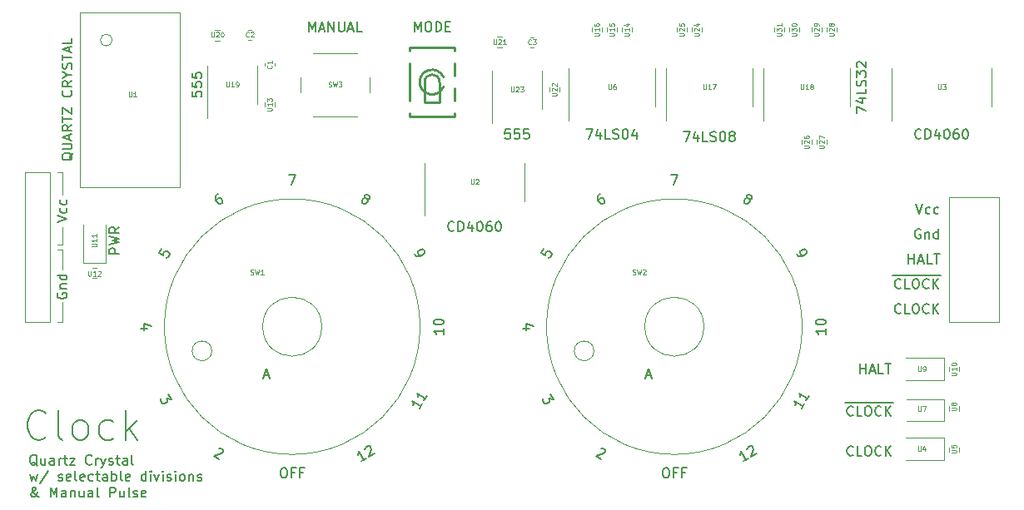
<source format=gbr>
%TF.GenerationSoftware,KiCad,Pcbnew,(5.1.10-1-10_14)*%
%TF.CreationDate,2021-09-17T00:17:13-04:00*%
%TF.ProjectId,clock,636c6f63-6b2e-46b6-9963-61645f706362,rev?*%
%TF.SameCoordinates,Original*%
%TF.FileFunction,Legend,Top*%
%TF.FilePolarity,Positive*%
%FSLAX46Y46*%
G04 Gerber Fmt 4.6, Leading zero omitted, Abs format (unit mm)*
G04 Created by KiCad (PCBNEW (5.1.10-1-10_14)) date 2021-09-17 00:17:13*
%MOMM*%
%LPD*%
G01*
G04 APERTURE LIST*
%ADD10C,0.150000*%
%ADD11C,0.120000*%
%ADD12C,0.170000*%
%ADD13C,0.254000*%
%ADD14C,0.080000*%
G04 APERTURE END LIST*
D10*
X134812380Y-114483333D02*
X133812380Y-114483333D01*
X133812380Y-114102380D01*
X133860000Y-114007142D01*
X133907619Y-113959523D01*
X134002857Y-113911904D01*
X134145714Y-113911904D01*
X134240952Y-113959523D01*
X134288571Y-114007142D01*
X134336190Y-114102380D01*
X134336190Y-114483333D01*
X133812380Y-113578571D02*
X134812380Y-113340476D01*
X134098095Y-113150000D01*
X134812380Y-112959523D01*
X133812380Y-112721428D01*
X134812380Y-111769047D02*
X134336190Y-112102380D01*
X134812380Y-112340476D02*
X133812380Y-112340476D01*
X133812380Y-111959523D01*
X133860000Y-111864285D01*
X133907619Y-111816666D01*
X134002857Y-111769047D01*
X134145714Y-111769047D01*
X134240952Y-111816666D01*
X134288571Y-111864285D01*
X134336190Y-111959523D01*
X134336190Y-112340476D01*
D11*
X127762000Y-121412000D02*
X127762000Y-106172000D01*
X125222000Y-121412000D02*
X127762000Y-121412000D01*
X125222000Y-106172000D02*
X125222000Y-121412000D01*
X127762000Y-106172000D02*
X125222000Y-106172000D01*
X219202000Y-121412000D02*
X219202000Y-108712000D01*
X224282000Y-121412000D02*
X219202000Y-121412000D01*
X224282000Y-108712000D02*
X224282000Y-121412000D01*
X219202000Y-108712000D02*
X224282000Y-108712000D01*
D12*
X130087619Y-104234571D02*
X130040000Y-104329809D01*
X129944761Y-104425047D01*
X129801904Y-104567904D01*
X129754285Y-104663142D01*
X129754285Y-104758380D01*
X129992380Y-104710761D02*
X129944761Y-104806000D01*
X129849523Y-104901238D01*
X129659047Y-104948857D01*
X129325714Y-104948857D01*
X129135238Y-104901238D01*
X129040000Y-104806000D01*
X128992380Y-104710761D01*
X128992380Y-104520285D01*
X129040000Y-104425047D01*
X129135238Y-104329809D01*
X129325714Y-104282190D01*
X129659047Y-104282190D01*
X129849523Y-104329809D01*
X129944761Y-104425047D01*
X129992380Y-104520285D01*
X129992380Y-104710761D01*
X128992380Y-103853619D02*
X129801904Y-103853619D01*
X129897142Y-103806000D01*
X129944761Y-103758380D01*
X129992380Y-103663142D01*
X129992380Y-103472666D01*
X129944761Y-103377428D01*
X129897142Y-103329809D01*
X129801904Y-103282190D01*
X128992380Y-103282190D01*
X129706666Y-102853619D02*
X129706666Y-102377428D01*
X129992380Y-102948857D02*
X128992380Y-102615523D01*
X129992380Y-102282190D01*
X129992380Y-101377428D02*
X129516190Y-101710761D01*
X129992380Y-101948857D02*
X128992380Y-101948857D01*
X128992380Y-101567904D01*
X129040000Y-101472666D01*
X129087619Y-101425047D01*
X129182857Y-101377428D01*
X129325714Y-101377428D01*
X129420952Y-101425047D01*
X129468571Y-101472666D01*
X129516190Y-101567904D01*
X129516190Y-101948857D01*
X128992380Y-101091714D02*
X128992380Y-100520285D01*
X129992380Y-100806000D02*
X128992380Y-100806000D01*
X128992380Y-100282190D02*
X128992380Y-99615523D01*
X129992380Y-100282190D01*
X129992380Y-99615523D01*
X129897142Y-97901238D02*
X129944761Y-97948857D01*
X129992380Y-98091714D01*
X129992380Y-98186952D01*
X129944761Y-98329809D01*
X129849523Y-98425047D01*
X129754285Y-98472666D01*
X129563809Y-98520285D01*
X129420952Y-98520285D01*
X129230476Y-98472666D01*
X129135238Y-98425047D01*
X129040000Y-98329809D01*
X128992380Y-98186952D01*
X128992380Y-98091714D01*
X129040000Y-97948857D01*
X129087619Y-97901238D01*
X129992380Y-96901238D02*
X129516190Y-97234571D01*
X129992380Y-97472666D02*
X128992380Y-97472666D01*
X128992380Y-97091714D01*
X129040000Y-96996476D01*
X129087619Y-96948857D01*
X129182857Y-96901238D01*
X129325714Y-96901238D01*
X129420952Y-96948857D01*
X129468571Y-96996476D01*
X129516190Y-97091714D01*
X129516190Y-97472666D01*
X129516190Y-96282190D02*
X129992380Y-96282190D01*
X128992380Y-96615523D02*
X129516190Y-96282190D01*
X128992380Y-95948857D01*
X129944761Y-95663142D02*
X129992380Y-95520285D01*
X129992380Y-95282190D01*
X129944761Y-95186952D01*
X129897142Y-95139333D01*
X129801904Y-95091714D01*
X129706666Y-95091714D01*
X129611428Y-95139333D01*
X129563809Y-95186952D01*
X129516190Y-95282190D01*
X129468571Y-95472666D01*
X129420952Y-95567904D01*
X129373333Y-95615523D01*
X129278095Y-95663142D01*
X129182857Y-95663142D01*
X129087619Y-95615523D01*
X129040000Y-95567904D01*
X128992380Y-95472666D01*
X128992380Y-95234571D01*
X129040000Y-95091714D01*
X128992380Y-94806000D02*
X128992380Y-94234571D01*
X129992380Y-94520285D02*
X128992380Y-94520285D01*
X129706666Y-93948857D02*
X129706666Y-93472666D01*
X129992380Y-94044095D02*
X128992380Y-93710761D01*
X129992380Y-93377428D01*
X129992380Y-92567904D02*
X129992380Y-93044095D01*
X128992380Y-93044095D01*
D11*
X129032000Y-106172000D02*
X128524000Y-106172000D01*
X129032000Y-108458000D02*
X129032000Y-106172000D01*
X129032000Y-113538000D02*
X129032000Y-111760000D01*
X128524000Y-113538000D02*
X129032000Y-113538000D01*
X129032000Y-121412000D02*
X128524000Y-121412000D01*
X129032000Y-119380000D02*
X129032000Y-121412000D01*
X129032000Y-114046000D02*
X128524000Y-114046000D01*
X129032000Y-116078000D02*
X129032000Y-114046000D01*
D12*
X128532000Y-118490119D02*
X128484380Y-118585357D01*
X128484380Y-118728214D01*
X128532000Y-118871071D01*
X128627238Y-118966309D01*
X128722476Y-119013928D01*
X128912952Y-119061547D01*
X129055809Y-119061547D01*
X129246285Y-119013928D01*
X129341523Y-118966309D01*
X129436761Y-118871071D01*
X129484380Y-118728214D01*
X129484380Y-118632976D01*
X129436761Y-118490119D01*
X129389142Y-118442500D01*
X129055809Y-118442500D01*
X129055809Y-118632976D01*
X128817714Y-118013928D02*
X129484380Y-118013928D01*
X128912952Y-118013928D02*
X128865333Y-117966309D01*
X128817714Y-117871071D01*
X128817714Y-117728214D01*
X128865333Y-117632976D01*
X128960571Y-117585357D01*
X129484380Y-117585357D01*
X129484380Y-116680595D02*
X128484380Y-116680595D01*
X129436761Y-116680595D02*
X129484380Y-116775833D01*
X129484380Y-116966309D01*
X129436761Y-117061547D01*
X129389142Y-117109166D01*
X129293904Y-117156785D01*
X129008190Y-117156785D01*
X128912952Y-117109166D01*
X128865333Y-117061547D01*
X128817714Y-116966309D01*
X128817714Y-116775833D01*
X128865333Y-116680595D01*
X128484380Y-111298690D02*
X129484380Y-110965357D01*
X128484380Y-110632023D01*
X129436761Y-109870119D02*
X129484380Y-109965357D01*
X129484380Y-110155833D01*
X129436761Y-110251071D01*
X129389142Y-110298690D01*
X129293904Y-110346309D01*
X129008190Y-110346309D01*
X128912952Y-110298690D01*
X128865333Y-110251071D01*
X128817714Y-110155833D01*
X128817714Y-109965357D01*
X128865333Y-109870119D01*
X129436761Y-109012976D02*
X129484380Y-109108214D01*
X129484380Y-109298690D01*
X129436761Y-109393928D01*
X129389142Y-109441547D01*
X129293904Y-109489166D01*
X129008190Y-109489166D01*
X128912952Y-109441547D01*
X128865333Y-109393928D01*
X128817714Y-109298690D01*
X128817714Y-109108214D01*
X128865333Y-109012976D01*
X214281880Y-120499142D02*
X214234261Y-120546761D01*
X214091404Y-120594380D01*
X213996166Y-120594380D01*
X213853309Y-120546761D01*
X213758071Y-120451523D01*
X213710452Y-120356285D01*
X213662833Y-120165809D01*
X213662833Y-120022952D01*
X213710452Y-119832476D01*
X213758071Y-119737238D01*
X213853309Y-119642000D01*
X213996166Y-119594380D01*
X214091404Y-119594380D01*
X214234261Y-119642000D01*
X214281880Y-119689619D01*
X215186642Y-120594380D02*
X214710452Y-120594380D01*
X214710452Y-119594380D01*
X215710452Y-119594380D02*
X215900928Y-119594380D01*
X215996166Y-119642000D01*
X216091404Y-119737238D01*
X216139023Y-119927714D01*
X216139023Y-120261047D01*
X216091404Y-120451523D01*
X215996166Y-120546761D01*
X215900928Y-120594380D01*
X215710452Y-120594380D01*
X215615214Y-120546761D01*
X215519976Y-120451523D01*
X215472357Y-120261047D01*
X215472357Y-119927714D01*
X215519976Y-119737238D01*
X215615214Y-119642000D01*
X215710452Y-119594380D01*
X217139023Y-120499142D02*
X217091404Y-120546761D01*
X216948547Y-120594380D01*
X216853309Y-120594380D01*
X216710452Y-120546761D01*
X216615214Y-120451523D01*
X216567595Y-120356285D01*
X216519976Y-120165809D01*
X216519976Y-120022952D01*
X216567595Y-119832476D01*
X216615214Y-119737238D01*
X216710452Y-119642000D01*
X216853309Y-119594380D01*
X216948547Y-119594380D01*
X217091404Y-119642000D01*
X217139023Y-119689619D01*
X217567595Y-120594380D02*
X217567595Y-119594380D01*
X218139023Y-120594380D02*
X217710452Y-120022952D01*
X218139023Y-119594380D02*
X217567595Y-120165809D01*
X213472357Y-116661000D02*
X214472357Y-116661000D01*
X214281880Y-117959142D02*
X214234261Y-118006761D01*
X214091404Y-118054380D01*
X213996166Y-118054380D01*
X213853309Y-118006761D01*
X213758071Y-117911523D01*
X213710452Y-117816285D01*
X213662833Y-117625809D01*
X213662833Y-117482952D01*
X213710452Y-117292476D01*
X213758071Y-117197238D01*
X213853309Y-117102000D01*
X213996166Y-117054380D01*
X214091404Y-117054380D01*
X214234261Y-117102000D01*
X214281880Y-117149619D01*
X214472357Y-116661000D02*
X215281880Y-116661000D01*
X215186642Y-118054380D02*
X214710452Y-118054380D01*
X214710452Y-117054380D01*
X215281880Y-116661000D02*
X216329500Y-116661000D01*
X215710452Y-117054380D02*
X215900928Y-117054380D01*
X215996166Y-117102000D01*
X216091404Y-117197238D01*
X216139023Y-117387714D01*
X216139023Y-117721047D01*
X216091404Y-117911523D01*
X215996166Y-118006761D01*
X215900928Y-118054380D01*
X215710452Y-118054380D01*
X215615214Y-118006761D01*
X215519976Y-117911523D01*
X215472357Y-117721047D01*
X215472357Y-117387714D01*
X215519976Y-117197238D01*
X215615214Y-117102000D01*
X215710452Y-117054380D01*
X216329500Y-116661000D02*
X217329500Y-116661000D01*
X217139023Y-117959142D02*
X217091404Y-118006761D01*
X216948547Y-118054380D01*
X216853309Y-118054380D01*
X216710452Y-118006761D01*
X216615214Y-117911523D01*
X216567595Y-117816285D01*
X216519976Y-117625809D01*
X216519976Y-117482952D01*
X216567595Y-117292476D01*
X216615214Y-117197238D01*
X216710452Y-117102000D01*
X216853309Y-117054380D01*
X216948547Y-117054380D01*
X217091404Y-117102000D01*
X217139023Y-117149619D01*
X217329500Y-116661000D02*
X218329500Y-116661000D01*
X217567595Y-118054380D02*
X217567595Y-117054380D01*
X218139023Y-118054380D02*
X217710452Y-117482952D01*
X218139023Y-117054380D02*
X217567595Y-117625809D01*
X215091404Y-115514380D02*
X215091404Y-114514380D01*
X215091404Y-114990571D02*
X215662833Y-114990571D01*
X215662833Y-115514380D02*
X215662833Y-114514380D01*
X216091404Y-115228666D02*
X216567595Y-115228666D01*
X215996166Y-115514380D02*
X216329500Y-114514380D01*
X216662833Y-115514380D01*
X217472357Y-115514380D02*
X216996166Y-115514380D01*
X216996166Y-114514380D01*
X217662833Y-114514380D02*
X218234261Y-114514380D01*
X217948547Y-115514380D02*
X217948547Y-114514380D01*
X216281880Y-112022000D02*
X216186642Y-111974380D01*
X216043785Y-111974380D01*
X215900928Y-112022000D01*
X215805690Y-112117238D01*
X215758071Y-112212476D01*
X215710452Y-112402952D01*
X215710452Y-112545809D01*
X215758071Y-112736285D01*
X215805690Y-112831523D01*
X215900928Y-112926761D01*
X216043785Y-112974380D01*
X216139023Y-112974380D01*
X216281880Y-112926761D01*
X216329500Y-112879142D01*
X216329500Y-112545809D01*
X216139023Y-112545809D01*
X216758071Y-112307714D02*
X216758071Y-112974380D01*
X216758071Y-112402952D02*
X216805690Y-112355333D01*
X216900928Y-112307714D01*
X217043785Y-112307714D01*
X217139023Y-112355333D01*
X217186642Y-112450571D01*
X217186642Y-112974380D01*
X218091404Y-112974380D02*
X218091404Y-111974380D01*
X218091404Y-112926761D02*
X217996166Y-112974380D01*
X217805690Y-112974380D01*
X217710452Y-112926761D01*
X217662833Y-112879142D01*
X217615214Y-112783904D01*
X217615214Y-112498190D01*
X217662833Y-112402952D01*
X217710452Y-112355333D01*
X217805690Y-112307714D01*
X217996166Y-112307714D01*
X218091404Y-112355333D01*
X215853309Y-109434380D02*
X216186642Y-110434380D01*
X216519976Y-109434380D01*
X217281880Y-110386761D02*
X217186642Y-110434380D01*
X216996166Y-110434380D01*
X216900928Y-110386761D01*
X216853309Y-110339142D01*
X216805690Y-110243904D01*
X216805690Y-109958190D01*
X216853309Y-109862952D01*
X216900928Y-109815333D01*
X216996166Y-109767714D01*
X217186642Y-109767714D01*
X217281880Y-109815333D01*
X218139023Y-110386761D02*
X218043785Y-110434380D01*
X217853309Y-110434380D01*
X217758071Y-110386761D01*
X217710452Y-110339142D01*
X217662833Y-110243904D01*
X217662833Y-109958190D01*
X217710452Y-109862952D01*
X217758071Y-109815333D01*
X217853309Y-109767714D01*
X218043785Y-109767714D01*
X218139023Y-109815333D01*
D10*
X126478261Y-136057619D02*
X126383023Y-136010000D01*
X126287785Y-135914761D01*
X126144928Y-135771904D01*
X126049690Y-135724285D01*
X125954452Y-135724285D01*
X126002071Y-135962380D02*
X125906833Y-135914761D01*
X125811595Y-135819523D01*
X125763976Y-135629047D01*
X125763976Y-135295714D01*
X125811595Y-135105238D01*
X125906833Y-135010000D01*
X126002071Y-134962380D01*
X126192547Y-134962380D01*
X126287785Y-135010000D01*
X126383023Y-135105238D01*
X126430642Y-135295714D01*
X126430642Y-135629047D01*
X126383023Y-135819523D01*
X126287785Y-135914761D01*
X126192547Y-135962380D01*
X126002071Y-135962380D01*
X127287785Y-135295714D02*
X127287785Y-135962380D01*
X126859214Y-135295714D02*
X126859214Y-135819523D01*
X126906833Y-135914761D01*
X127002071Y-135962380D01*
X127144928Y-135962380D01*
X127240166Y-135914761D01*
X127287785Y-135867142D01*
X128192547Y-135962380D02*
X128192547Y-135438571D01*
X128144928Y-135343333D01*
X128049690Y-135295714D01*
X127859214Y-135295714D01*
X127763976Y-135343333D01*
X128192547Y-135914761D02*
X128097309Y-135962380D01*
X127859214Y-135962380D01*
X127763976Y-135914761D01*
X127716357Y-135819523D01*
X127716357Y-135724285D01*
X127763976Y-135629047D01*
X127859214Y-135581428D01*
X128097309Y-135581428D01*
X128192547Y-135533809D01*
X128668738Y-135962380D02*
X128668738Y-135295714D01*
X128668738Y-135486190D02*
X128716357Y-135390952D01*
X128763976Y-135343333D01*
X128859214Y-135295714D01*
X128954452Y-135295714D01*
X129144928Y-135295714D02*
X129525880Y-135295714D01*
X129287785Y-134962380D02*
X129287785Y-135819523D01*
X129335404Y-135914761D01*
X129430642Y-135962380D01*
X129525880Y-135962380D01*
X129763976Y-135295714D02*
X130287785Y-135295714D01*
X129763976Y-135962380D01*
X130287785Y-135962380D01*
X132002071Y-135867142D02*
X131954452Y-135914761D01*
X131811595Y-135962380D01*
X131716357Y-135962380D01*
X131573500Y-135914761D01*
X131478261Y-135819523D01*
X131430642Y-135724285D01*
X131383023Y-135533809D01*
X131383023Y-135390952D01*
X131430642Y-135200476D01*
X131478261Y-135105238D01*
X131573500Y-135010000D01*
X131716357Y-134962380D01*
X131811595Y-134962380D01*
X131954452Y-135010000D01*
X132002071Y-135057619D01*
X132430642Y-135962380D02*
X132430642Y-135295714D01*
X132430642Y-135486190D02*
X132478261Y-135390952D01*
X132525880Y-135343333D01*
X132621119Y-135295714D01*
X132716357Y-135295714D01*
X132954452Y-135295714D02*
X133192547Y-135962380D01*
X133430642Y-135295714D02*
X133192547Y-135962380D01*
X133097309Y-136200476D01*
X133049690Y-136248095D01*
X132954452Y-136295714D01*
X133763976Y-135914761D02*
X133859214Y-135962380D01*
X134049690Y-135962380D01*
X134144928Y-135914761D01*
X134192547Y-135819523D01*
X134192547Y-135771904D01*
X134144928Y-135676666D01*
X134049690Y-135629047D01*
X133906833Y-135629047D01*
X133811595Y-135581428D01*
X133763976Y-135486190D01*
X133763976Y-135438571D01*
X133811595Y-135343333D01*
X133906833Y-135295714D01*
X134049690Y-135295714D01*
X134144928Y-135343333D01*
X134478261Y-135295714D02*
X134859214Y-135295714D01*
X134621119Y-134962380D02*
X134621119Y-135819523D01*
X134668738Y-135914761D01*
X134763976Y-135962380D01*
X134859214Y-135962380D01*
X135621119Y-135962380D02*
X135621119Y-135438571D01*
X135573500Y-135343333D01*
X135478261Y-135295714D01*
X135287785Y-135295714D01*
X135192547Y-135343333D01*
X135621119Y-135914761D02*
X135525880Y-135962380D01*
X135287785Y-135962380D01*
X135192547Y-135914761D01*
X135144928Y-135819523D01*
X135144928Y-135724285D01*
X135192547Y-135629047D01*
X135287785Y-135581428D01*
X135525880Y-135581428D01*
X135621119Y-135533809D01*
X136240166Y-135962380D02*
X136144928Y-135914761D01*
X136097309Y-135819523D01*
X136097309Y-134962380D01*
X125716357Y-136945714D02*
X125906833Y-137612380D01*
X126097309Y-137136190D01*
X126287785Y-137612380D01*
X126478261Y-136945714D01*
X127573500Y-136564761D02*
X126716357Y-137850476D01*
X128621119Y-137564761D02*
X128716357Y-137612380D01*
X128906833Y-137612380D01*
X129002071Y-137564761D01*
X129049690Y-137469523D01*
X129049690Y-137421904D01*
X129002071Y-137326666D01*
X128906833Y-137279047D01*
X128763976Y-137279047D01*
X128668738Y-137231428D01*
X128621119Y-137136190D01*
X128621119Y-137088571D01*
X128668738Y-136993333D01*
X128763976Y-136945714D01*
X128906833Y-136945714D01*
X129002071Y-136993333D01*
X129859214Y-137564761D02*
X129763976Y-137612380D01*
X129573500Y-137612380D01*
X129478261Y-137564761D01*
X129430642Y-137469523D01*
X129430642Y-137088571D01*
X129478261Y-136993333D01*
X129573500Y-136945714D01*
X129763976Y-136945714D01*
X129859214Y-136993333D01*
X129906833Y-137088571D01*
X129906833Y-137183809D01*
X129430642Y-137279047D01*
X130478261Y-137612380D02*
X130383023Y-137564761D01*
X130335404Y-137469523D01*
X130335404Y-136612380D01*
X131240166Y-137564761D02*
X131144928Y-137612380D01*
X130954452Y-137612380D01*
X130859214Y-137564761D01*
X130811595Y-137469523D01*
X130811595Y-137088571D01*
X130859214Y-136993333D01*
X130954452Y-136945714D01*
X131144928Y-136945714D01*
X131240166Y-136993333D01*
X131287785Y-137088571D01*
X131287785Y-137183809D01*
X130811595Y-137279047D01*
X132144928Y-137564761D02*
X132049690Y-137612380D01*
X131859214Y-137612380D01*
X131763976Y-137564761D01*
X131716357Y-137517142D01*
X131668738Y-137421904D01*
X131668738Y-137136190D01*
X131716357Y-137040952D01*
X131763976Y-136993333D01*
X131859214Y-136945714D01*
X132049690Y-136945714D01*
X132144928Y-136993333D01*
X132430642Y-136945714D02*
X132811595Y-136945714D01*
X132573500Y-136612380D02*
X132573500Y-137469523D01*
X132621119Y-137564761D01*
X132716357Y-137612380D01*
X132811595Y-137612380D01*
X133573500Y-137612380D02*
X133573500Y-137088571D01*
X133525880Y-136993333D01*
X133430642Y-136945714D01*
X133240166Y-136945714D01*
X133144928Y-136993333D01*
X133573500Y-137564761D02*
X133478261Y-137612380D01*
X133240166Y-137612380D01*
X133144928Y-137564761D01*
X133097309Y-137469523D01*
X133097309Y-137374285D01*
X133144928Y-137279047D01*
X133240166Y-137231428D01*
X133478261Y-137231428D01*
X133573500Y-137183809D01*
X134049690Y-137612380D02*
X134049690Y-136612380D01*
X134049690Y-136993333D02*
X134144928Y-136945714D01*
X134335404Y-136945714D01*
X134430642Y-136993333D01*
X134478261Y-137040952D01*
X134525880Y-137136190D01*
X134525880Y-137421904D01*
X134478261Y-137517142D01*
X134430642Y-137564761D01*
X134335404Y-137612380D01*
X134144928Y-137612380D01*
X134049690Y-137564761D01*
X135097309Y-137612380D02*
X135002071Y-137564761D01*
X134954452Y-137469523D01*
X134954452Y-136612380D01*
X135859214Y-137564761D02*
X135763976Y-137612380D01*
X135573500Y-137612380D01*
X135478261Y-137564761D01*
X135430642Y-137469523D01*
X135430642Y-137088571D01*
X135478261Y-136993333D01*
X135573500Y-136945714D01*
X135763976Y-136945714D01*
X135859214Y-136993333D01*
X135906833Y-137088571D01*
X135906833Y-137183809D01*
X135430642Y-137279047D01*
X137525880Y-137612380D02*
X137525880Y-136612380D01*
X137525880Y-137564761D02*
X137430642Y-137612380D01*
X137240166Y-137612380D01*
X137144928Y-137564761D01*
X137097309Y-137517142D01*
X137049690Y-137421904D01*
X137049690Y-137136190D01*
X137097309Y-137040952D01*
X137144928Y-136993333D01*
X137240166Y-136945714D01*
X137430642Y-136945714D01*
X137525880Y-136993333D01*
X138002071Y-137612380D02*
X138002071Y-136945714D01*
X138002071Y-136612380D02*
X137954452Y-136660000D01*
X138002071Y-136707619D01*
X138049690Y-136660000D01*
X138002071Y-136612380D01*
X138002071Y-136707619D01*
X138383023Y-136945714D02*
X138621119Y-137612380D01*
X138859214Y-136945714D01*
X139240166Y-137612380D02*
X139240166Y-136945714D01*
X139240166Y-136612380D02*
X139192547Y-136660000D01*
X139240166Y-136707619D01*
X139287785Y-136660000D01*
X139240166Y-136612380D01*
X139240166Y-136707619D01*
X139668738Y-137564761D02*
X139763976Y-137612380D01*
X139954452Y-137612380D01*
X140049690Y-137564761D01*
X140097309Y-137469523D01*
X140097309Y-137421904D01*
X140049690Y-137326666D01*
X139954452Y-137279047D01*
X139811595Y-137279047D01*
X139716357Y-137231428D01*
X139668738Y-137136190D01*
X139668738Y-137088571D01*
X139716357Y-136993333D01*
X139811595Y-136945714D01*
X139954452Y-136945714D01*
X140049690Y-136993333D01*
X140525880Y-137612380D02*
X140525880Y-136945714D01*
X140525880Y-136612380D02*
X140478261Y-136660000D01*
X140525880Y-136707619D01*
X140573500Y-136660000D01*
X140525880Y-136612380D01*
X140525880Y-136707619D01*
X141144928Y-137612380D02*
X141049690Y-137564761D01*
X141002071Y-137517142D01*
X140954452Y-137421904D01*
X140954452Y-137136190D01*
X141002071Y-137040952D01*
X141049690Y-136993333D01*
X141144928Y-136945714D01*
X141287785Y-136945714D01*
X141383023Y-136993333D01*
X141430642Y-137040952D01*
X141478261Y-137136190D01*
X141478261Y-137421904D01*
X141430642Y-137517142D01*
X141383023Y-137564761D01*
X141287785Y-137612380D01*
X141144928Y-137612380D01*
X141906833Y-136945714D02*
X141906833Y-137612380D01*
X141906833Y-137040952D02*
X141954452Y-136993333D01*
X142049690Y-136945714D01*
X142192547Y-136945714D01*
X142287785Y-136993333D01*
X142335404Y-137088571D01*
X142335404Y-137612380D01*
X142763976Y-137564761D02*
X142859214Y-137612380D01*
X143049690Y-137612380D01*
X143144928Y-137564761D01*
X143192547Y-137469523D01*
X143192547Y-137421904D01*
X143144928Y-137326666D01*
X143049690Y-137279047D01*
X142906833Y-137279047D01*
X142811595Y-137231428D01*
X142763976Y-137136190D01*
X142763976Y-137088571D01*
X142811595Y-136993333D01*
X142906833Y-136945714D01*
X143049690Y-136945714D01*
X143144928Y-136993333D01*
X126621119Y-139262380D02*
X126573500Y-139262380D01*
X126478261Y-139214761D01*
X126335404Y-139071904D01*
X126097309Y-138786190D01*
X126002071Y-138643333D01*
X125954452Y-138500476D01*
X125954452Y-138405238D01*
X126002071Y-138310000D01*
X126097309Y-138262380D01*
X126144928Y-138262380D01*
X126240166Y-138310000D01*
X126287785Y-138405238D01*
X126287785Y-138452857D01*
X126240166Y-138548095D01*
X126192547Y-138595714D01*
X125906833Y-138786190D01*
X125859214Y-138833809D01*
X125811595Y-138929047D01*
X125811595Y-139071904D01*
X125859214Y-139167142D01*
X125906833Y-139214761D01*
X126002071Y-139262380D01*
X126144928Y-139262380D01*
X126240166Y-139214761D01*
X126287785Y-139167142D01*
X126430642Y-138976666D01*
X126478261Y-138833809D01*
X126478261Y-138738571D01*
X127811595Y-139262380D02*
X127811595Y-138262380D01*
X128144928Y-138976666D01*
X128478261Y-138262380D01*
X128478261Y-139262380D01*
X129383023Y-139262380D02*
X129383023Y-138738571D01*
X129335404Y-138643333D01*
X129240166Y-138595714D01*
X129049690Y-138595714D01*
X128954452Y-138643333D01*
X129383023Y-139214761D02*
X129287785Y-139262380D01*
X129049690Y-139262380D01*
X128954452Y-139214761D01*
X128906833Y-139119523D01*
X128906833Y-139024285D01*
X128954452Y-138929047D01*
X129049690Y-138881428D01*
X129287785Y-138881428D01*
X129383023Y-138833809D01*
X129859214Y-138595714D02*
X129859214Y-139262380D01*
X129859214Y-138690952D02*
X129906833Y-138643333D01*
X130002071Y-138595714D01*
X130144928Y-138595714D01*
X130240166Y-138643333D01*
X130287785Y-138738571D01*
X130287785Y-139262380D01*
X131192547Y-138595714D02*
X131192547Y-139262380D01*
X130763976Y-138595714D02*
X130763976Y-139119523D01*
X130811595Y-139214761D01*
X130906833Y-139262380D01*
X131049690Y-139262380D01*
X131144928Y-139214761D01*
X131192547Y-139167142D01*
X132097309Y-139262380D02*
X132097309Y-138738571D01*
X132049690Y-138643333D01*
X131954452Y-138595714D01*
X131763976Y-138595714D01*
X131668738Y-138643333D01*
X132097309Y-139214761D02*
X132002071Y-139262380D01*
X131763976Y-139262380D01*
X131668738Y-139214761D01*
X131621119Y-139119523D01*
X131621119Y-139024285D01*
X131668738Y-138929047D01*
X131763976Y-138881428D01*
X132002071Y-138881428D01*
X132097309Y-138833809D01*
X132716357Y-139262380D02*
X132621119Y-139214761D01*
X132573500Y-139119523D01*
X132573500Y-138262380D01*
X133859214Y-139262380D02*
X133859214Y-138262380D01*
X134240166Y-138262380D01*
X134335404Y-138310000D01*
X134383023Y-138357619D01*
X134430642Y-138452857D01*
X134430642Y-138595714D01*
X134383023Y-138690952D01*
X134335404Y-138738571D01*
X134240166Y-138786190D01*
X133859214Y-138786190D01*
X135287785Y-138595714D02*
X135287785Y-139262380D01*
X134859214Y-138595714D02*
X134859214Y-139119523D01*
X134906833Y-139214761D01*
X135002071Y-139262380D01*
X135144928Y-139262380D01*
X135240166Y-139214761D01*
X135287785Y-139167142D01*
X135906833Y-139262380D02*
X135811595Y-139214761D01*
X135763976Y-139119523D01*
X135763976Y-138262380D01*
X136240166Y-139214761D02*
X136335404Y-139262380D01*
X136525880Y-139262380D01*
X136621119Y-139214761D01*
X136668738Y-139119523D01*
X136668738Y-139071904D01*
X136621119Y-138976666D01*
X136525880Y-138929047D01*
X136383023Y-138929047D01*
X136287785Y-138881428D01*
X136240166Y-138786190D01*
X136240166Y-138738571D01*
X136287785Y-138643333D01*
X136383023Y-138595714D01*
X136525880Y-138595714D01*
X136621119Y-138643333D01*
X137478261Y-139214761D02*
X137383023Y-139262380D01*
X137192547Y-139262380D01*
X137097309Y-139214761D01*
X137049690Y-139119523D01*
X137049690Y-138738571D01*
X137097309Y-138643333D01*
X137192547Y-138595714D01*
X137383023Y-138595714D01*
X137478261Y-138643333D01*
X137525880Y-138738571D01*
X137525880Y-138833809D01*
X137049690Y-138929047D01*
X154075142Y-91892380D02*
X154075142Y-90892380D01*
X154408476Y-91606666D01*
X154741809Y-90892380D01*
X154741809Y-91892380D01*
X155170380Y-91606666D02*
X155646571Y-91606666D01*
X155075142Y-91892380D02*
X155408476Y-90892380D01*
X155741809Y-91892380D01*
X156075142Y-91892380D02*
X156075142Y-90892380D01*
X156646571Y-91892380D01*
X156646571Y-90892380D01*
X157122761Y-90892380D02*
X157122761Y-91701904D01*
X157170380Y-91797142D01*
X157218000Y-91844761D01*
X157313238Y-91892380D01*
X157503714Y-91892380D01*
X157598952Y-91844761D01*
X157646571Y-91797142D01*
X157694190Y-91701904D01*
X157694190Y-90892380D01*
X158122761Y-91606666D02*
X158598952Y-91606666D01*
X158027523Y-91892380D02*
X158360857Y-90892380D01*
X158694190Y-91892380D01*
X159503714Y-91892380D02*
X159027523Y-91892380D01*
X159027523Y-90892380D01*
X164814476Y-91892380D02*
X164814476Y-90892380D01*
X165147809Y-91606666D01*
X165481142Y-90892380D01*
X165481142Y-91892380D01*
X166147809Y-90892380D02*
X166338285Y-90892380D01*
X166433523Y-90940000D01*
X166528761Y-91035238D01*
X166576380Y-91225714D01*
X166576380Y-91559047D01*
X166528761Y-91749523D01*
X166433523Y-91844761D01*
X166338285Y-91892380D01*
X166147809Y-91892380D01*
X166052571Y-91844761D01*
X165957333Y-91749523D01*
X165909714Y-91559047D01*
X165909714Y-91225714D01*
X165957333Y-91035238D01*
X166052571Y-90940000D01*
X166147809Y-90892380D01*
X167004952Y-91892380D02*
X167004952Y-90892380D01*
X167243047Y-90892380D01*
X167385904Y-90940000D01*
X167481142Y-91035238D01*
X167528761Y-91130476D01*
X167576380Y-91320952D01*
X167576380Y-91463809D01*
X167528761Y-91654285D01*
X167481142Y-91749523D01*
X167385904Y-91844761D01*
X167243047Y-91892380D01*
X167004952Y-91892380D01*
X168004952Y-91368571D02*
X168338285Y-91368571D01*
X168481142Y-91892380D02*
X168004952Y-91892380D01*
X168004952Y-90892380D01*
X168481142Y-90892380D01*
X127349714Y-133151428D02*
X127206857Y-133294285D01*
X126778285Y-133437142D01*
X126492571Y-133437142D01*
X126064000Y-133294285D01*
X125778285Y-133008571D01*
X125635428Y-132722857D01*
X125492571Y-132151428D01*
X125492571Y-131722857D01*
X125635428Y-131151428D01*
X125778285Y-130865714D01*
X126064000Y-130580000D01*
X126492571Y-130437142D01*
X126778285Y-130437142D01*
X127206857Y-130580000D01*
X127349714Y-130722857D01*
X129064000Y-133437142D02*
X128778285Y-133294285D01*
X128635428Y-133008571D01*
X128635428Y-130437142D01*
X130635428Y-133437142D02*
X130349714Y-133294285D01*
X130206857Y-133151428D01*
X130064000Y-132865714D01*
X130064000Y-132008571D01*
X130206857Y-131722857D01*
X130349714Y-131580000D01*
X130635428Y-131437142D01*
X131064000Y-131437142D01*
X131349714Y-131580000D01*
X131492571Y-131722857D01*
X131635428Y-132008571D01*
X131635428Y-132865714D01*
X131492571Y-133151428D01*
X131349714Y-133294285D01*
X131064000Y-133437142D01*
X130635428Y-133437142D01*
X134206857Y-133294285D02*
X133921142Y-133437142D01*
X133349714Y-133437142D01*
X133064000Y-133294285D01*
X132921142Y-133151428D01*
X132778285Y-132865714D01*
X132778285Y-132008571D01*
X132921142Y-131722857D01*
X133064000Y-131580000D01*
X133349714Y-131437142D01*
X133921142Y-131437142D01*
X134206857Y-131580000D01*
X135492571Y-133437142D02*
X135492571Y-130437142D01*
X135778285Y-132294285D02*
X136635428Y-133437142D01*
X136635428Y-131437142D02*
X135492571Y-132580000D01*
X210139595Y-126690380D02*
X210139595Y-125690380D01*
X210139595Y-126166571D02*
X210711023Y-126166571D01*
X210711023Y-126690380D02*
X210711023Y-125690380D01*
X211139595Y-126404666D02*
X211615785Y-126404666D01*
X211044357Y-126690380D02*
X211377690Y-125690380D01*
X211711023Y-126690380D01*
X212520547Y-126690380D02*
X212044357Y-126690380D01*
X212044357Y-125690380D01*
X212711023Y-125690380D02*
X213282452Y-125690380D01*
X212996738Y-126690380D02*
X212996738Y-125690380D01*
X208631500Y-129641000D02*
X209631500Y-129641000D01*
X209441023Y-130913142D02*
X209393404Y-130960761D01*
X209250547Y-131008380D01*
X209155309Y-131008380D01*
X209012452Y-130960761D01*
X208917214Y-130865523D01*
X208869595Y-130770285D01*
X208821976Y-130579809D01*
X208821976Y-130436952D01*
X208869595Y-130246476D01*
X208917214Y-130151238D01*
X209012452Y-130056000D01*
X209155309Y-130008380D01*
X209250547Y-130008380D01*
X209393404Y-130056000D01*
X209441023Y-130103619D01*
X209631500Y-129641000D02*
X210441023Y-129641000D01*
X210345785Y-131008380D02*
X209869595Y-131008380D01*
X209869595Y-130008380D01*
X210441023Y-129641000D02*
X211488642Y-129641000D01*
X210869595Y-130008380D02*
X211060071Y-130008380D01*
X211155309Y-130056000D01*
X211250547Y-130151238D01*
X211298166Y-130341714D01*
X211298166Y-130675047D01*
X211250547Y-130865523D01*
X211155309Y-130960761D01*
X211060071Y-131008380D01*
X210869595Y-131008380D01*
X210774357Y-130960761D01*
X210679119Y-130865523D01*
X210631500Y-130675047D01*
X210631500Y-130341714D01*
X210679119Y-130151238D01*
X210774357Y-130056000D01*
X210869595Y-130008380D01*
X211488642Y-129641000D02*
X212488642Y-129641000D01*
X212298166Y-130913142D02*
X212250547Y-130960761D01*
X212107690Y-131008380D01*
X212012452Y-131008380D01*
X211869595Y-130960761D01*
X211774357Y-130865523D01*
X211726738Y-130770285D01*
X211679119Y-130579809D01*
X211679119Y-130436952D01*
X211726738Y-130246476D01*
X211774357Y-130151238D01*
X211869595Y-130056000D01*
X212012452Y-130008380D01*
X212107690Y-130008380D01*
X212250547Y-130056000D01*
X212298166Y-130103619D01*
X212488642Y-129641000D02*
X213488642Y-129641000D01*
X212726738Y-131008380D02*
X212726738Y-130008380D01*
X213298166Y-131008380D02*
X212869595Y-130436952D01*
X213298166Y-130008380D02*
X212726738Y-130579809D01*
X209441023Y-134977142D02*
X209393404Y-135024761D01*
X209250547Y-135072380D01*
X209155309Y-135072380D01*
X209012452Y-135024761D01*
X208917214Y-134929523D01*
X208869595Y-134834285D01*
X208821976Y-134643809D01*
X208821976Y-134500952D01*
X208869595Y-134310476D01*
X208917214Y-134215238D01*
X209012452Y-134120000D01*
X209155309Y-134072380D01*
X209250547Y-134072380D01*
X209393404Y-134120000D01*
X209441023Y-134167619D01*
X210345785Y-135072380D02*
X209869595Y-135072380D01*
X209869595Y-134072380D01*
X210869595Y-134072380D02*
X211060071Y-134072380D01*
X211155309Y-134120000D01*
X211250547Y-134215238D01*
X211298166Y-134405714D01*
X211298166Y-134739047D01*
X211250547Y-134929523D01*
X211155309Y-135024761D01*
X211060071Y-135072380D01*
X210869595Y-135072380D01*
X210774357Y-135024761D01*
X210679119Y-134929523D01*
X210631500Y-134739047D01*
X210631500Y-134405714D01*
X210679119Y-134215238D01*
X210774357Y-134120000D01*
X210869595Y-134072380D01*
X212298166Y-134977142D02*
X212250547Y-135024761D01*
X212107690Y-135072380D01*
X212012452Y-135072380D01*
X211869595Y-135024761D01*
X211774357Y-134929523D01*
X211726738Y-134834285D01*
X211679119Y-134643809D01*
X211679119Y-134500952D01*
X211726738Y-134310476D01*
X211774357Y-134215238D01*
X211869595Y-134120000D01*
X212012452Y-134072380D01*
X212107690Y-134072380D01*
X212250547Y-134120000D01*
X212298166Y-134167619D01*
X212726738Y-135072380D02*
X212726738Y-134072380D01*
X213298166Y-135072380D02*
X212869595Y-134500952D01*
X213298166Y-134072380D02*
X212726738Y-134643809D01*
D11*
%TO.C,U12*%
X132042742Y-115897500D02*
X132517258Y-115897500D01*
X132042742Y-116942500D02*
X132517258Y-116942500D01*
%TO.C,U11*%
X131139000Y-111526000D02*
X131139000Y-115411000D01*
X131139000Y-115411000D02*
X133409000Y-115411000D01*
X133409000Y-115411000D02*
X133409000Y-111526000D01*
%TO.C,U20*%
X145017258Y-92792500D02*
X144542742Y-92792500D01*
X145017258Y-91747500D02*
X144542742Y-91747500D01*
%TO.C,U23*%
X177820000Y-97790000D02*
X177820000Y-95840000D01*
X177820000Y-97790000D02*
X177820000Y-99740000D01*
X172700000Y-97790000D02*
X172700000Y-95840000D01*
X172700000Y-97790000D02*
X172700000Y-101240000D01*
%TO.C,U22*%
X178547500Y-98027258D02*
X178547500Y-97552742D01*
X179592500Y-98027258D02*
X179592500Y-97552742D01*
%TO.C,U21*%
X173244742Y-92441500D02*
X173719258Y-92441500D01*
X173244742Y-93486500D02*
X173719258Y-93486500D01*
%TO.C,U19*%
X148864000Y-97282000D02*
X148864000Y-95332000D01*
X148864000Y-97282000D02*
X148864000Y-99232000D01*
X143744000Y-97282000D02*
X143744000Y-95332000D01*
X143744000Y-97282000D02*
X143744000Y-100732000D01*
%TO.C,U13*%
X149591500Y-99551258D02*
X149591500Y-99076742D01*
X150636500Y-99551258D02*
X150636500Y-99076742D01*
%TO.C,U3*%
X223500000Y-97536000D02*
X223500000Y-95586000D01*
X223500000Y-97536000D02*
X223500000Y-99486000D01*
X213380000Y-97536000D02*
X213380000Y-95586000D01*
X213380000Y-97536000D02*
X213380000Y-100986000D01*
%TO.C,U2*%
X176002000Y-107188000D02*
X176002000Y-105238000D01*
X176002000Y-107188000D02*
X176002000Y-109138000D01*
X165882000Y-107188000D02*
X165882000Y-105238000D01*
X165882000Y-107188000D02*
X165882000Y-110638000D01*
%TO.C,U1*%
X134090000Y-92746000D02*
G75*
G03*
X134090000Y-92746000I-600000J0D01*
G01*
X140970000Y-89916000D02*
X135890000Y-89916000D01*
X140970000Y-107696000D02*
X140970000Y-89916000D01*
X130810000Y-107696000D02*
X140970000Y-107696000D01*
X130810000Y-89916000D02*
X130810000Y-107696000D01*
X135890000Y-89916000D02*
X130810000Y-89916000D01*
D13*
%TO.C,SW4*%
X168874000Y-100179000D02*
X168874000Y-100528000D01*
X168874000Y-97639000D02*
X168874000Y-98957000D01*
X168874000Y-95099000D02*
X168874000Y-96417000D01*
X168874000Y-93528000D02*
X168874000Y-93877000D01*
X164374000Y-93877000D02*
X164374000Y-93528000D01*
X164374000Y-98957000D02*
X164374000Y-95099000D01*
X164374000Y-100528000D02*
X164374000Y-100179000D01*
X168874000Y-100528000D02*
X164374000Y-100528000D01*
X164374000Y-93528000D02*
X168874000Y-93528000D01*
X165862000Y-99060000D02*
X165862000Y-97028000D01*
X167386000Y-99060000D02*
X165862000Y-99060000D01*
X167386000Y-97028000D02*
X167386000Y-99060000D01*
X167386000Y-97028000D02*
G75*
G03*
X165862000Y-97028000I-762000J0D01*
G01*
X167774800Y-96521028D02*
G75*
G03*
X167780000Y-97523000I-1150800J-506972D01*
G01*
D11*
%TO.C,SW3*%
X159020000Y-94068000D02*
X154520000Y-94068000D01*
X160270000Y-98068000D02*
X160270000Y-96568000D01*
X154520000Y-100568000D02*
X159020000Y-100568000D01*
X153270000Y-96568000D02*
X153270000Y-98068000D01*
%TO.C,SW2*%
X194262000Y-121920000D02*
G75*
G03*
X194262000Y-121920000I-3000000J0D01*
G01*
X204262000Y-121920000D02*
G75*
G03*
X204262000Y-121920000I-13000000J0D01*
G01*
X183085705Y-124378781D02*
G75*
G03*
X183085705Y-124378781I-1000000J0D01*
G01*
%TO.C,SW1*%
X155400000Y-121920000D02*
G75*
G03*
X155400000Y-121920000I-3000000J0D01*
G01*
X165400000Y-121920000D02*
G75*
G03*
X165400000Y-121920000I-13000000J0D01*
G01*
X144223705Y-124378781D02*
G75*
G03*
X144223705Y-124378781I-1000000J0D01*
G01*
%TO.C,C3*%
X176643420Y-92454000D02*
X176924580Y-92454000D01*
X176643420Y-93474000D02*
X176924580Y-93474000D01*
%TO.C,C2*%
X147941420Y-91760000D02*
X148222580Y-91760000D01*
X147941420Y-92780000D02*
X148222580Y-92780000D01*
%TO.C,C1*%
X150624000Y-95096420D02*
X150624000Y-95377580D01*
X149604000Y-95096420D02*
X149604000Y-95377580D01*
%TO.C,U9*%
X214808000Y-127373000D02*
X218693000Y-127373000D01*
X218693000Y-127373000D02*
X218693000Y-125103000D01*
X218693000Y-125103000D02*
X214808000Y-125103000D01*
%TO.C,U31*%
X201407500Y-91931258D02*
X201407500Y-91456742D01*
X202452500Y-91931258D02*
X202452500Y-91456742D01*
%TO.C,U30*%
X202931500Y-91931258D02*
X202931500Y-91456742D01*
X203976500Y-91931258D02*
X203976500Y-91456742D01*
%TO.C,U29*%
X205217500Y-91931258D02*
X205217500Y-91456742D01*
X206262500Y-91931258D02*
X206262500Y-91456742D01*
%TO.C,U28*%
X206741500Y-91931258D02*
X206741500Y-91456742D01*
X207786500Y-91931258D02*
X207786500Y-91456742D01*
%TO.C,U27*%
X206770500Y-102886742D02*
X206770500Y-103361258D01*
X205725500Y-102886742D02*
X205725500Y-103361258D01*
%TO.C,U26*%
X205246500Y-102886742D02*
X205246500Y-103361258D01*
X204201500Y-102886742D02*
X204201500Y-103361258D01*
%TO.C,U25*%
X191501500Y-91931258D02*
X191501500Y-91456742D01*
X192546500Y-91931258D02*
X192546500Y-91456742D01*
%TO.C,U24*%
X193025500Y-91931258D02*
X193025500Y-91456742D01*
X194070500Y-91931258D02*
X194070500Y-91456742D01*
%TO.C,U18*%
X209159000Y-97536000D02*
X209159000Y-95586000D01*
X209159000Y-97536000D02*
X209159000Y-99486000D01*
X200289000Y-97536000D02*
X200289000Y-95586000D01*
X200289000Y-97536000D02*
X200289000Y-100986000D01*
%TO.C,U17*%
X199253000Y-97536000D02*
X199253000Y-95586000D01*
X199253000Y-97536000D02*
X199253000Y-99486000D01*
X190383000Y-97536000D02*
X190383000Y-95586000D01*
X190383000Y-97536000D02*
X190383000Y-100986000D01*
%TO.C,U16*%
X182865500Y-91931258D02*
X182865500Y-91456742D01*
X183910500Y-91931258D02*
X183910500Y-91456742D01*
%TO.C,U15*%
X184389500Y-91931258D02*
X184389500Y-91456742D01*
X185434500Y-91931258D02*
X185434500Y-91456742D01*
%TO.C,U14*%
X185913500Y-91931258D02*
X185913500Y-91456742D01*
X186958500Y-91931258D02*
X186958500Y-91456742D01*
%TO.C,U10*%
X220232500Y-126000742D02*
X220232500Y-126475258D01*
X219187500Y-126000742D02*
X219187500Y-126475258D01*
%TO.C,U8*%
X220232500Y-130001742D02*
X220232500Y-130476258D01*
X219187500Y-130001742D02*
X219187500Y-130476258D01*
%TO.C,U7*%
X214850000Y-131545000D02*
X218735000Y-131545000D01*
X218735000Y-131545000D02*
X218735000Y-129275000D01*
X218735000Y-129275000D02*
X214850000Y-129275000D01*
%TO.C,U6*%
X189347000Y-97536000D02*
X189347000Y-95586000D01*
X189347000Y-97536000D02*
X189347000Y-99486000D01*
X180477000Y-97536000D02*
X180477000Y-95586000D01*
X180477000Y-97536000D02*
X180477000Y-100986000D01*
%TO.C,U5*%
X220232500Y-134191742D02*
X220232500Y-134666258D01*
X219187500Y-134191742D02*
X219187500Y-134666258D01*
%TO.C,U4*%
X214808000Y-135501000D02*
X218693000Y-135501000D01*
X218693000Y-135501000D02*
X218693000Y-133231000D01*
X218693000Y-133231000D02*
X214808000Y-133231000D01*
%TO.C,U12*%
D14*
X131660952Y-116244190D02*
X131660952Y-116648952D01*
X131684761Y-116696571D01*
X131708571Y-116720380D01*
X131756190Y-116744190D01*
X131851428Y-116744190D01*
X131899047Y-116720380D01*
X131922857Y-116696571D01*
X131946666Y-116648952D01*
X131946666Y-116244190D01*
X132446666Y-116744190D02*
X132160952Y-116744190D01*
X132303809Y-116744190D02*
X132303809Y-116244190D01*
X132256190Y-116315619D01*
X132208571Y-116363238D01*
X132160952Y-116387047D01*
X132637142Y-116291809D02*
X132660952Y-116268000D01*
X132708571Y-116244190D01*
X132827619Y-116244190D01*
X132875238Y-116268000D01*
X132899047Y-116291809D01*
X132922857Y-116339428D01*
X132922857Y-116387047D01*
X132899047Y-116458476D01*
X132613333Y-116744190D01*
X132922857Y-116744190D01*
%TO.C,U11*%
X132000190Y-113745047D02*
X132404952Y-113745047D01*
X132452571Y-113721238D01*
X132476380Y-113697428D01*
X132500190Y-113649809D01*
X132500190Y-113554571D01*
X132476380Y-113506952D01*
X132452571Y-113483142D01*
X132404952Y-113459333D01*
X132000190Y-113459333D01*
X132500190Y-112959333D02*
X132500190Y-113245047D01*
X132500190Y-113102190D02*
X132000190Y-113102190D01*
X132071619Y-113149809D01*
X132119238Y-113197428D01*
X132143047Y-113245047D01*
X132500190Y-112483142D02*
X132500190Y-112768857D01*
X132500190Y-112626000D02*
X132000190Y-112626000D01*
X132071619Y-112673619D01*
X132119238Y-112721238D01*
X132143047Y-112768857D01*
%TO.C,U20*%
X144160952Y-91928190D02*
X144160952Y-92332952D01*
X144184761Y-92380571D01*
X144208571Y-92404380D01*
X144256190Y-92428190D01*
X144351428Y-92428190D01*
X144399047Y-92404380D01*
X144422857Y-92380571D01*
X144446666Y-92332952D01*
X144446666Y-91928190D01*
X144660952Y-91975809D02*
X144684761Y-91952000D01*
X144732380Y-91928190D01*
X144851428Y-91928190D01*
X144899047Y-91952000D01*
X144922857Y-91975809D01*
X144946666Y-92023428D01*
X144946666Y-92071047D01*
X144922857Y-92142476D01*
X144637142Y-92428190D01*
X144946666Y-92428190D01*
X145256190Y-91928190D02*
X145303809Y-91928190D01*
X145351428Y-91952000D01*
X145375238Y-91975809D01*
X145399047Y-92023428D01*
X145422857Y-92118666D01*
X145422857Y-92237714D01*
X145399047Y-92332952D01*
X145375238Y-92380571D01*
X145351428Y-92404380D01*
X145303809Y-92428190D01*
X145256190Y-92428190D01*
X145208571Y-92404380D01*
X145184761Y-92380571D01*
X145160952Y-92332952D01*
X145137142Y-92237714D01*
X145137142Y-92118666D01*
X145160952Y-92023428D01*
X145184761Y-91975809D01*
X145208571Y-91952000D01*
X145256190Y-91928190D01*
%TO.C,U23*%
X174640952Y-97516190D02*
X174640952Y-97920952D01*
X174664761Y-97968571D01*
X174688571Y-97992380D01*
X174736190Y-98016190D01*
X174831428Y-98016190D01*
X174879047Y-97992380D01*
X174902857Y-97968571D01*
X174926666Y-97920952D01*
X174926666Y-97516190D01*
X175140952Y-97563809D02*
X175164761Y-97540000D01*
X175212380Y-97516190D01*
X175331428Y-97516190D01*
X175379047Y-97540000D01*
X175402857Y-97563809D01*
X175426666Y-97611428D01*
X175426666Y-97659047D01*
X175402857Y-97730476D01*
X175117142Y-98016190D01*
X175426666Y-98016190D01*
X175593333Y-97516190D02*
X175902857Y-97516190D01*
X175736190Y-97706666D01*
X175807619Y-97706666D01*
X175855238Y-97730476D01*
X175879047Y-97754285D01*
X175902857Y-97801904D01*
X175902857Y-97920952D01*
X175879047Y-97968571D01*
X175855238Y-97992380D01*
X175807619Y-98016190D01*
X175664761Y-98016190D01*
X175617142Y-97992380D01*
X175593333Y-97968571D01*
D10*
X174545714Y-101814380D02*
X174069523Y-101814380D01*
X174021904Y-102290571D01*
X174069523Y-102242952D01*
X174164761Y-102195333D01*
X174402857Y-102195333D01*
X174498095Y-102242952D01*
X174545714Y-102290571D01*
X174593333Y-102385809D01*
X174593333Y-102623904D01*
X174545714Y-102719142D01*
X174498095Y-102766761D01*
X174402857Y-102814380D01*
X174164761Y-102814380D01*
X174069523Y-102766761D01*
X174021904Y-102719142D01*
X175498095Y-101814380D02*
X175021904Y-101814380D01*
X174974285Y-102290571D01*
X175021904Y-102242952D01*
X175117142Y-102195333D01*
X175355238Y-102195333D01*
X175450476Y-102242952D01*
X175498095Y-102290571D01*
X175545714Y-102385809D01*
X175545714Y-102623904D01*
X175498095Y-102719142D01*
X175450476Y-102766761D01*
X175355238Y-102814380D01*
X175117142Y-102814380D01*
X175021904Y-102766761D01*
X174974285Y-102719142D01*
X176450476Y-101814380D02*
X175974285Y-101814380D01*
X175926666Y-102290571D01*
X175974285Y-102242952D01*
X176069523Y-102195333D01*
X176307619Y-102195333D01*
X176402857Y-102242952D01*
X176450476Y-102290571D01*
X176498095Y-102385809D01*
X176498095Y-102623904D01*
X176450476Y-102719142D01*
X176402857Y-102766761D01*
X176307619Y-102814380D01*
X176069523Y-102814380D01*
X175974285Y-102766761D01*
X175926666Y-102719142D01*
%TO.C,U22*%
D14*
X178796190Y-98409047D02*
X179200952Y-98409047D01*
X179248571Y-98385238D01*
X179272380Y-98361428D01*
X179296190Y-98313809D01*
X179296190Y-98218571D01*
X179272380Y-98170952D01*
X179248571Y-98147142D01*
X179200952Y-98123333D01*
X178796190Y-98123333D01*
X178843809Y-97909047D02*
X178820000Y-97885238D01*
X178796190Y-97837619D01*
X178796190Y-97718571D01*
X178820000Y-97670952D01*
X178843809Y-97647142D01*
X178891428Y-97623333D01*
X178939047Y-97623333D01*
X179010476Y-97647142D01*
X179296190Y-97932857D01*
X179296190Y-97623333D01*
X178843809Y-97432857D02*
X178820000Y-97409047D01*
X178796190Y-97361428D01*
X178796190Y-97242380D01*
X178820000Y-97194761D01*
X178843809Y-97170952D01*
X178891428Y-97147142D01*
X178939047Y-97147142D01*
X179010476Y-97170952D01*
X179296190Y-97456666D01*
X179296190Y-97147142D01*
%TO.C,U21*%
X172862952Y-92690190D02*
X172862952Y-93094952D01*
X172886761Y-93142571D01*
X172910571Y-93166380D01*
X172958190Y-93190190D01*
X173053428Y-93190190D01*
X173101047Y-93166380D01*
X173124857Y-93142571D01*
X173148666Y-93094952D01*
X173148666Y-92690190D01*
X173362952Y-92737809D02*
X173386761Y-92714000D01*
X173434380Y-92690190D01*
X173553428Y-92690190D01*
X173601047Y-92714000D01*
X173624857Y-92737809D01*
X173648666Y-92785428D01*
X173648666Y-92833047D01*
X173624857Y-92904476D01*
X173339142Y-93190190D01*
X173648666Y-93190190D01*
X174124857Y-93190190D02*
X173839142Y-93190190D01*
X173982000Y-93190190D02*
X173982000Y-92690190D01*
X173934380Y-92761619D01*
X173886761Y-92809238D01*
X173839142Y-92833047D01*
%TO.C,U19*%
X145684952Y-97008190D02*
X145684952Y-97412952D01*
X145708761Y-97460571D01*
X145732571Y-97484380D01*
X145780190Y-97508190D01*
X145875428Y-97508190D01*
X145923047Y-97484380D01*
X145946857Y-97460571D01*
X145970666Y-97412952D01*
X145970666Y-97008190D01*
X146470666Y-97508190D02*
X146184952Y-97508190D01*
X146327809Y-97508190D02*
X146327809Y-97008190D01*
X146280190Y-97079619D01*
X146232571Y-97127238D01*
X146184952Y-97151047D01*
X146708761Y-97508190D02*
X146804000Y-97508190D01*
X146851619Y-97484380D01*
X146875428Y-97460571D01*
X146923047Y-97389142D01*
X146946857Y-97293904D01*
X146946857Y-97103428D01*
X146923047Y-97055809D01*
X146899238Y-97032000D01*
X146851619Y-97008190D01*
X146756380Y-97008190D01*
X146708761Y-97032000D01*
X146684952Y-97055809D01*
X146661142Y-97103428D01*
X146661142Y-97222476D01*
X146684952Y-97270095D01*
X146708761Y-97293904D01*
X146756380Y-97317714D01*
X146851619Y-97317714D01*
X146899238Y-97293904D01*
X146923047Y-97270095D01*
X146946857Y-97222476D01*
D10*
X142200380Y-97996285D02*
X142200380Y-98472476D01*
X142676571Y-98520095D01*
X142628952Y-98472476D01*
X142581333Y-98377238D01*
X142581333Y-98139142D01*
X142628952Y-98043904D01*
X142676571Y-97996285D01*
X142771809Y-97948666D01*
X143009904Y-97948666D01*
X143105142Y-97996285D01*
X143152761Y-98043904D01*
X143200380Y-98139142D01*
X143200380Y-98377238D01*
X143152761Y-98472476D01*
X143105142Y-98520095D01*
X142200380Y-97043904D02*
X142200380Y-97520095D01*
X142676571Y-97567714D01*
X142628952Y-97520095D01*
X142581333Y-97424857D01*
X142581333Y-97186761D01*
X142628952Y-97091523D01*
X142676571Y-97043904D01*
X142771809Y-96996285D01*
X143009904Y-96996285D01*
X143105142Y-97043904D01*
X143152761Y-97091523D01*
X143200380Y-97186761D01*
X143200380Y-97424857D01*
X143152761Y-97520095D01*
X143105142Y-97567714D01*
X142200380Y-96091523D02*
X142200380Y-96567714D01*
X142676571Y-96615333D01*
X142628952Y-96567714D01*
X142581333Y-96472476D01*
X142581333Y-96234380D01*
X142628952Y-96139142D01*
X142676571Y-96091523D01*
X142771809Y-96043904D01*
X143009904Y-96043904D01*
X143105142Y-96091523D01*
X143152761Y-96139142D01*
X143200380Y-96234380D01*
X143200380Y-96472476D01*
X143152761Y-96567714D01*
X143105142Y-96615333D01*
%TO.C,U13*%
D14*
X149840190Y-99933047D02*
X150244952Y-99933047D01*
X150292571Y-99909238D01*
X150316380Y-99885428D01*
X150340190Y-99837809D01*
X150340190Y-99742571D01*
X150316380Y-99694952D01*
X150292571Y-99671142D01*
X150244952Y-99647333D01*
X149840190Y-99647333D01*
X150340190Y-99147333D02*
X150340190Y-99433047D01*
X150340190Y-99290190D02*
X149840190Y-99290190D01*
X149911619Y-99337809D01*
X149959238Y-99385428D01*
X149983047Y-99433047D01*
X149840190Y-98980666D02*
X149840190Y-98671142D01*
X150030666Y-98837809D01*
X150030666Y-98766380D01*
X150054476Y-98718761D01*
X150078285Y-98694952D01*
X150125904Y-98671142D01*
X150244952Y-98671142D01*
X150292571Y-98694952D01*
X150316380Y-98718761D01*
X150340190Y-98766380D01*
X150340190Y-98909238D01*
X150316380Y-98956857D01*
X150292571Y-98980666D01*
%TO.C,U3*%
X218059047Y-97262190D02*
X218059047Y-97666952D01*
X218082857Y-97714571D01*
X218106666Y-97738380D01*
X218154285Y-97762190D01*
X218249523Y-97762190D01*
X218297142Y-97738380D01*
X218320952Y-97714571D01*
X218344761Y-97666952D01*
X218344761Y-97262190D01*
X218535238Y-97262190D02*
X218844761Y-97262190D01*
X218678095Y-97452666D01*
X218749523Y-97452666D01*
X218797142Y-97476476D01*
X218820952Y-97500285D01*
X218844761Y-97547904D01*
X218844761Y-97666952D01*
X218820952Y-97714571D01*
X218797142Y-97738380D01*
X218749523Y-97762190D01*
X218606666Y-97762190D01*
X218559047Y-97738380D01*
X218535238Y-97714571D01*
D10*
X216344761Y-102719142D02*
X216297142Y-102766761D01*
X216154285Y-102814380D01*
X216059047Y-102814380D01*
X215916190Y-102766761D01*
X215820952Y-102671523D01*
X215773333Y-102576285D01*
X215725714Y-102385809D01*
X215725714Y-102242952D01*
X215773333Y-102052476D01*
X215820952Y-101957238D01*
X215916190Y-101862000D01*
X216059047Y-101814380D01*
X216154285Y-101814380D01*
X216297142Y-101862000D01*
X216344761Y-101909619D01*
X216773333Y-102814380D02*
X216773333Y-101814380D01*
X217011428Y-101814380D01*
X217154285Y-101862000D01*
X217249523Y-101957238D01*
X217297142Y-102052476D01*
X217344761Y-102242952D01*
X217344761Y-102385809D01*
X217297142Y-102576285D01*
X217249523Y-102671523D01*
X217154285Y-102766761D01*
X217011428Y-102814380D01*
X216773333Y-102814380D01*
X218201904Y-102147714D02*
X218201904Y-102814380D01*
X217963809Y-101766761D02*
X217725714Y-102481047D01*
X218344761Y-102481047D01*
X218916190Y-101814380D02*
X219011428Y-101814380D01*
X219106666Y-101862000D01*
X219154285Y-101909619D01*
X219201904Y-102004857D01*
X219249523Y-102195333D01*
X219249523Y-102433428D01*
X219201904Y-102623904D01*
X219154285Y-102719142D01*
X219106666Y-102766761D01*
X219011428Y-102814380D01*
X218916190Y-102814380D01*
X218820952Y-102766761D01*
X218773333Y-102719142D01*
X218725714Y-102623904D01*
X218678095Y-102433428D01*
X218678095Y-102195333D01*
X218725714Y-102004857D01*
X218773333Y-101909619D01*
X218820952Y-101862000D01*
X218916190Y-101814380D01*
X220106666Y-101814380D02*
X219916190Y-101814380D01*
X219820952Y-101862000D01*
X219773333Y-101909619D01*
X219678095Y-102052476D01*
X219630476Y-102242952D01*
X219630476Y-102623904D01*
X219678095Y-102719142D01*
X219725714Y-102766761D01*
X219820952Y-102814380D01*
X220011428Y-102814380D01*
X220106666Y-102766761D01*
X220154285Y-102719142D01*
X220201904Y-102623904D01*
X220201904Y-102385809D01*
X220154285Y-102290571D01*
X220106666Y-102242952D01*
X220011428Y-102195333D01*
X219820952Y-102195333D01*
X219725714Y-102242952D01*
X219678095Y-102290571D01*
X219630476Y-102385809D01*
X220820952Y-101814380D02*
X220916190Y-101814380D01*
X221011428Y-101862000D01*
X221059047Y-101909619D01*
X221106666Y-102004857D01*
X221154285Y-102195333D01*
X221154285Y-102433428D01*
X221106666Y-102623904D01*
X221059047Y-102719142D01*
X221011428Y-102766761D01*
X220916190Y-102814380D01*
X220820952Y-102814380D01*
X220725714Y-102766761D01*
X220678095Y-102719142D01*
X220630476Y-102623904D01*
X220582857Y-102433428D01*
X220582857Y-102195333D01*
X220630476Y-102004857D01*
X220678095Y-101909619D01*
X220725714Y-101862000D01*
X220820952Y-101814380D01*
%TO.C,U2*%
D14*
X170561047Y-106914190D02*
X170561047Y-107318952D01*
X170584857Y-107366571D01*
X170608666Y-107390380D01*
X170656285Y-107414190D01*
X170751523Y-107414190D01*
X170799142Y-107390380D01*
X170822952Y-107366571D01*
X170846761Y-107318952D01*
X170846761Y-106914190D01*
X171061047Y-106961809D02*
X171084857Y-106938000D01*
X171132476Y-106914190D01*
X171251523Y-106914190D01*
X171299142Y-106938000D01*
X171322952Y-106961809D01*
X171346761Y-107009428D01*
X171346761Y-107057047D01*
X171322952Y-107128476D01*
X171037238Y-107414190D01*
X171346761Y-107414190D01*
D10*
X168846761Y-112117142D02*
X168799142Y-112164761D01*
X168656285Y-112212380D01*
X168561047Y-112212380D01*
X168418190Y-112164761D01*
X168322952Y-112069523D01*
X168275333Y-111974285D01*
X168227714Y-111783809D01*
X168227714Y-111640952D01*
X168275333Y-111450476D01*
X168322952Y-111355238D01*
X168418190Y-111260000D01*
X168561047Y-111212380D01*
X168656285Y-111212380D01*
X168799142Y-111260000D01*
X168846761Y-111307619D01*
X169275333Y-112212380D02*
X169275333Y-111212380D01*
X169513428Y-111212380D01*
X169656285Y-111260000D01*
X169751523Y-111355238D01*
X169799142Y-111450476D01*
X169846761Y-111640952D01*
X169846761Y-111783809D01*
X169799142Y-111974285D01*
X169751523Y-112069523D01*
X169656285Y-112164761D01*
X169513428Y-112212380D01*
X169275333Y-112212380D01*
X170703904Y-111545714D02*
X170703904Y-112212380D01*
X170465809Y-111164761D02*
X170227714Y-111879047D01*
X170846761Y-111879047D01*
X171418190Y-111212380D02*
X171513428Y-111212380D01*
X171608666Y-111260000D01*
X171656285Y-111307619D01*
X171703904Y-111402857D01*
X171751523Y-111593333D01*
X171751523Y-111831428D01*
X171703904Y-112021904D01*
X171656285Y-112117142D01*
X171608666Y-112164761D01*
X171513428Y-112212380D01*
X171418190Y-112212380D01*
X171322952Y-112164761D01*
X171275333Y-112117142D01*
X171227714Y-112021904D01*
X171180095Y-111831428D01*
X171180095Y-111593333D01*
X171227714Y-111402857D01*
X171275333Y-111307619D01*
X171322952Y-111260000D01*
X171418190Y-111212380D01*
X172608666Y-111212380D02*
X172418190Y-111212380D01*
X172322952Y-111260000D01*
X172275333Y-111307619D01*
X172180095Y-111450476D01*
X172132476Y-111640952D01*
X172132476Y-112021904D01*
X172180095Y-112117142D01*
X172227714Y-112164761D01*
X172322952Y-112212380D01*
X172513428Y-112212380D01*
X172608666Y-112164761D01*
X172656285Y-112117142D01*
X172703904Y-112021904D01*
X172703904Y-111783809D01*
X172656285Y-111688571D01*
X172608666Y-111640952D01*
X172513428Y-111593333D01*
X172322952Y-111593333D01*
X172227714Y-111640952D01*
X172180095Y-111688571D01*
X172132476Y-111783809D01*
X173322952Y-111212380D02*
X173418190Y-111212380D01*
X173513428Y-111260000D01*
X173561047Y-111307619D01*
X173608666Y-111402857D01*
X173656285Y-111593333D01*
X173656285Y-111831428D01*
X173608666Y-112021904D01*
X173561047Y-112117142D01*
X173513428Y-112164761D01*
X173418190Y-112212380D01*
X173322952Y-112212380D01*
X173227714Y-112164761D01*
X173180095Y-112117142D01*
X173132476Y-112021904D01*
X173084857Y-111831428D01*
X173084857Y-111593333D01*
X173132476Y-111402857D01*
X173180095Y-111307619D01*
X173227714Y-111260000D01*
X173322952Y-111212380D01*
%TO.C,U1*%
D14*
X135763047Y-98024190D02*
X135763047Y-98428952D01*
X135786857Y-98476571D01*
X135810666Y-98500380D01*
X135858285Y-98524190D01*
X135953523Y-98524190D01*
X136001142Y-98500380D01*
X136024952Y-98476571D01*
X136048761Y-98428952D01*
X136048761Y-98024190D01*
X136548761Y-98524190D02*
X136263047Y-98524190D01*
X136405904Y-98524190D02*
X136405904Y-98024190D01*
X136358285Y-98095619D01*
X136310666Y-98143238D01*
X136263047Y-98167047D01*
%TO.C,SW3*%
X156103333Y-97484380D02*
X156174761Y-97508190D01*
X156293809Y-97508190D01*
X156341428Y-97484380D01*
X156365238Y-97460571D01*
X156389047Y-97412952D01*
X156389047Y-97365333D01*
X156365238Y-97317714D01*
X156341428Y-97293904D01*
X156293809Y-97270095D01*
X156198571Y-97246285D01*
X156150952Y-97222476D01*
X156127142Y-97198666D01*
X156103333Y-97151047D01*
X156103333Y-97103428D01*
X156127142Y-97055809D01*
X156150952Y-97032000D01*
X156198571Y-97008190D01*
X156317619Y-97008190D01*
X156389047Y-97032000D01*
X156555714Y-97008190D02*
X156674761Y-97508190D01*
X156770000Y-97151047D01*
X156865238Y-97508190D01*
X156984285Y-97008190D01*
X157127142Y-97008190D02*
X157436666Y-97008190D01*
X157270000Y-97198666D01*
X157341428Y-97198666D01*
X157389047Y-97222476D01*
X157412857Y-97246285D01*
X157436666Y-97293904D01*
X157436666Y-97412952D01*
X157412857Y-97460571D01*
X157389047Y-97484380D01*
X157341428Y-97508190D01*
X157198571Y-97508190D01*
X157150952Y-97484380D01*
X157127142Y-97460571D01*
%TO.C,SW2*%
X187025333Y-116572380D02*
X187096761Y-116596190D01*
X187215809Y-116596190D01*
X187263428Y-116572380D01*
X187287238Y-116548571D01*
X187311047Y-116500952D01*
X187311047Y-116453333D01*
X187287238Y-116405714D01*
X187263428Y-116381904D01*
X187215809Y-116358095D01*
X187120571Y-116334285D01*
X187072952Y-116310476D01*
X187049142Y-116286666D01*
X187025333Y-116239047D01*
X187025333Y-116191428D01*
X187049142Y-116143809D01*
X187072952Y-116120000D01*
X187120571Y-116096190D01*
X187239619Y-116096190D01*
X187311047Y-116120000D01*
X187477714Y-116096190D02*
X187596761Y-116596190D01*
X187692000Y-116239047D01*
X187787238Y-116596190D01*
X187906285Y-116096190D01*
X188072952Y-116143809D02*
X188096761Y-116120000D01*
X188144380Y-116096190D01*
X188263428Y-116096190D01*
X188311047Y-116120000D01*
X188334857Y-116143809D01*
X188358666Y-116191428D01*
X188358666Y-116239047D01*
X188334857Y-116310476D01*
X188049142Y-116596190D01*
X188358666Y-116596190D01*
D10*
X183780754Y-134306468D02*
X183845803Y-134289038D01*
X183952091Y-134295418D01*
X184158288Y-134414466D01*
X184216957Y-134503324D01*
X184234387Y-134568373D01*
X184228007Y-134674661D01*
X184180388Y-134757139D01*
X184067720Y-134857048D01*
X183287134Y-135066205D01*
X183823245Y-135375729D01*
X178648486Y-128817515D02*
X178958010Y-129353626D01*
X178461429Y-129255427D01*
X178532857Y-129379145D01*
X178539237Y-129485433D01*
X178521807Y-129550482D01*
X178463138Y-129639340D01*
X178256941Y-129758388D01*
X178150653Y-129764767D01*
X178085605Y-129747338D01*
X177996746Y-129688669D01*
X177853889Y-129441233D01*
X177847509Y-129334945D01*
X177864939Y-129269896D01*
X176556285Y-122110476D02*
X175889619Y-122110476D01*
X176937238Y-121872380D02*
X176222952Y-121634285D01*
X176222952Y-122253333D01*
X177985696Y-113979993D02*
X177747601Y-114392387D01*
X178136184Y-114671721D01*
X178118755Y-114606672D01*
X178125134Y-114500384D01*
X178244182Y-114294188D01*
X178333040Y-114235518D01*
X178398089Y-114218089D01*
X178504377Y-114224468D01*
X178710574Y-114343516D01*
X178769243Y-114432374D01*
X178786673Y-114497423D01*
X178780293Y-114603711D01*
X178661245Y-114809908D01*
X178572387Y-114868577D01*
X178507338Y-114886007D01*
X183693147Y-108429410D02*
X183528190Y-108524648D01*
X183469521Y-108613507D01*
X183452091Y-108678556D01*
X183441041Y-108849893D01*
X183495040Y-109038659D01*
X183685516Y-109368574D01*
X183774374Y-109427243D01*
X183839423Y-109444673D01*
X183945711Y-109438293D01*
X184110669Y-109343055D01*
X184169338Y-109254196D01*
X184186767Y-109189148D01*
X184180388Y-109082860D01*
X184061340Y-108876663D01*
X183972482Y-108817994D01*
X183907433Y-108800564D01*
X183801145Y-108806944D01*
X183636188Y-108902182D01*
X183577518Y-108991040D01*
X183560089Y-109056089D01*
X183566468Y-109162377D01*
X190928666Y-106452380D02*
X191595333Y-106452380D01*
X191166761Y-107452380D01*
X198699045Y-108848183D02*
X198640376Y-108759325D01*
X198622946Y-108694276D01*
X198629326Y-108587988D01*
X198653135Y-108546749D01*
X198741993Y-108488079D01*
X198807042Y-108470650D01*
X198913330Y-108477029D01*
X199078288Y-108572268D01*
X199136957Y-108661126D01*
X199154387Y-108726175D01*
X199148007Y-108832463D01*
X199124197Y-108873702D01*
X199035339Y-108932371D01*
X198970290Y-108949801D01*
X198864002Y-108943421D01*
X198699045Y-108848183D01*
X198592757Y-108841803D01*
X198527708Y-108859233D01*
X198438849Y-108917902D01*
X198343611Y-109082860D01*
X198337232Y-109189148D01*
X198354661Y-109254196D01*
X198413330Y-109343055D01*
X198578288Y-109438293D01*
X198684576Y-109444673D01*
X198749625Y-109427243D01*
X198838483Y-109368574D01*
X198933721Y-109203617D01*
X198940101Y-109097328D01*
X198922671Y-109032280D01*
X198864002Y-108943421D01*
X203696087Y-114521233D02*
X203791325Y-114686190D01*
X203880183Y-114744859D01*
X203945232Y-114762289D01*
X204116569Y-114773339D01*
X204305336Y-114719340D01*
X204635250Y-114528864D01*
X204693920Y-114440006D01*
X204711349Y-114374957D01*
X204704970Y-114268669D01*
X204609731Y-114103711D01*
X204520873Y-114045042D01*
X204455824Y-114027612D01*
X204349536Y-114033992D01*
X204143340Y-114153040D01*
X204084671Y-114241898D01*
X204067241Y-114306947D01*
X204073620Y-114413235D01*
X204168859Y-114578192D01*
X204257717Y-114636861D01*
X204322766Y-114654291D01*
X204429054Y-114647912D01*
X206634380Y-122110476D02*
X206634380Y-122681904D01*
X206634380Y-122396190D02*
X205634380Y-122396190D01*
X205777238Y-122491428D01*
X205872476Y-122586666D01*
X205920095Y-122681904D01*
X205634380Y-121491428D02*
X205634380Y-121396190D01*
X205682000Y-121300952D01*
X205729619Y-121253333D01*
X205824857Y-121205714D01*
X206015333Y-121158095D01*
X206253428Y-121158095D01*
X206443904Y-121205714D01*
X206539142Y-121253333D01*
X206586761Y-121300952D01*
X206634380Y-121396190D01*
X206634380Y-121491428D01*
X206586761Y-121586666D01*
X206539142Y-121634285D01*
X206443904Y-121681904D01*
X206253428Y-121729523D01*
X206015333Y-121729523D01*
X205824857Y-121681904D01*
X205729619Y-121634285D01*
X205682000Y-121586666D01*
X205634380Y-121491428D01*
X204479634Y-129771147D02*
X204193920Y-130266019D01*
X204336777Y-130018583D02*
X203470751Y-129518583D01*
X203546850Y-129672490D01*
X203581710Y-129802588D01*
X203575330Y-129908876D01*
X204955824Y-128946361D02*
X204670110Y-129441233D01*
X204812967Y-129193797D02*
X203946942Y-128693797D01*
X204023041Y-128847704D01*
X204057900Y-128977802D01*
X204051520Y-129084090D01*
X198783233Y-135328110D02*
X198288361Y-135613824D01*
X198535797Y-135470967D02*
X198035797Y-134604942D01*
X198024747Y-134776279D01*
X197989887Y-134906376D01*
X197931218Y-134995235D01*
X198660766Y-134354087D02*
X198678196Y-134289038D01*
X198736865Y-134200180D01*
X198943062Y-134081132D01*
X199049350Y-134074752D01*
X199114399Y-134092182D01*
X199203257Y-134150851D01*
X199250876Y-134233330D01*
X199281065Y-134380857D01*
X199071908Y-135161443D01*
X199608019Y-134851920D01*
X190309619Y-136292380D02*
X190500095Y-136292380D01*
X190595333Y-136340000D01*
X190690571Y-136435238D01*
X190738190Y-136625714D01*
X190738190Y-136959047D01*
X190690571Y-137149523D01*
X190595333Y-137244761D01*
X190500095Y-137292380D01*
X190309619Y-137292380D01*
X190214380Y-137244761D01*
X190119142Y-137149523D01*
X190071523Y-136959047D01*
X190071523Y-136625714D01*
X190119142Y-136435238D01*
X190214380Y-136340000D01*
X190309619Y-136292380D01*
X191500095Y-136768571D02*
X191166761Y-136768571D01*
X191166761Y-137292380D02*
X191166761Y-136292380D01*
X191642952Y-136292380D01*
X192357238Y-136768571D02*
X192023904Y-136768571D01*
X192023904Y-137292380D02*
X192023904Y-136292380D01*
X192500095Y-136292380D01*
X188363904Y-126876666D02*
X188840095Y-126876666D01*
X188268666Y-127162380D02*
X188602000Y-126162380D01*
X188935333Y-127162380D01*
%TO.C,SW1*%
D14*
X148163333Y-116572380D02*
X148234761Y-116596190D01*
X148353809Y-116596190D01*
X148401428Y-116572380D01*
X148425238Y-116548571D01*
X148449047Y-116500952D01*
X148449047Y-116453333D01*
X148425238Y-116405714D01*
X148401428Y-116381904D01*
X148353809Y-116358095D01*
X148258571Y-116334285D01*
X148210952Y-116310476D01*
X148187142Y-116286666D01*
X148163333Y-116239047D01*
X148163333Y-116191428D01*
X148187142Y-116143809D01*
X148210952Y-116120000D01*
X148258571Y-116096190D01*
X148377619Y-116096190D01*
X148449047Y-116120000D01*
X148615714Y-116096190D02*
X148734761Y-116596190D01*
X148830000Y-116239047D01*
X148925238Y-116596190D01*
X149044285Y-116096190D01*
X149496666Y-116596190D02*
X149210952Y-116596190D01*
X149353809Y-116596190D02*
X149353809Y-116096190D01*
X149306190Y-116167619D01*
X149258571Y-116215238D01*
X149210952Y-116239047D01*
D10*
X144918754Y-134306468D02*
X144983803Y-134289038D01*
X145090091Y-134295418D01*
X145296288Y-134414466D01*
X145354957Y-134503324D01*
X145372387Y-134568373D01*
X145366007Y-134674661D01*
X145318388Y-134757139D01*
X145205720Y-134857048D01*
X144425134Y-135066205D01*
X144961245Y-135375729D01*
X139786486Y-128817515D02*
X140096010Y-129353626D01*
X139599429Y-129255427D01*
X139670857Y-129379145D01*
X139677237Y-129485433D01*
X139659807Y-129550482D01*
X139601138Y-129639340D01*
X139394941Y-129758388D01*
X139288653Y-129764767D01*
X139223605Y-129747338D01*
X139134746Y-129688669D01*
X138991889Y-129441233D01*
X138985509Y-129334945D01*
X139002939Y-129269896D01*
X137694285Y-122110476D02*
X137027619Y-122110476D01*
X138075238Y-121872380D02*
X137360952Y-121634285D01*
X137360952Y-122253333D01*
X139123696Y-113979993D02*
X138885601Y-114392387D01*
X139274184Y-114671721D01*
X139256755Y-114606672D01*
X139263134Y-114500384D01*
X139382182Y-114294188D01*
X139471040Y-114235518D01*
X139536089Y-114218089D01*
X139642377Y-114224468D01*
X139848574Y-114343516D01*
X139907243Y-114432374D01*
X139924673Y-114497423D01*
X139918293Y-114603711D01*
X139799245Y-114809908D01*
X139710387Y-114868577D01*
X139645338Y-114886007D01*
X144831147Y-108429410D02*
X144666190Y-108524648D01*
X144607521Y-108613507D01*
X144590091Y-108678556D01*
X144579041Y-108849893D01*
X144633040Y-109038659D01*
X144823516Y-109368574D01*
X144912374Y-109427243D01*
X144977423Y-109444673D01*
X145083711Y-109438293D01*
X145248669Y-109343055D01*
X145307338Y-109254196D01*
X145324767Y-109189148D01*
X145318388Y-109082860D01*
X145199340Y-108876663D01*
X145110482Y-108817994D01*
X145045433Y-108800564D01*
X144939145Y-108806944D01*
X144774188Y-108902182D01*
X144715518Y-108991040D01*
X144698089Y-109056089D01*
X144704468Y-109162377D01*
X152066666Y-106452380D02*
X152733333Y-106452380D01*
X152304761Y-107452380D01*
X159837045Y-108848183D02*
X159778376Y-108759325D01*
X159760946Y-108694276D01*
X159767326Y-108587988D01*
X159791135Y-108546749D01*
X159879993Y-108488079D01*
X159945042Y-108470650D01*
X160051330Y-108477029D01*
X160216288Y-108572268D01*
X160274957Y-108661126D01*
X160292387Y-108726175D01*
X160286007Y-108832463D01*
X160262197Y-108873702D01*
X160173339Y-108932371D01*
X160108290Y-108949801D01*
X160002002Y-108943421D01*
X159837045Y-108848183D01*
X159730757Y-108841803D01*
X159665708Y-108859233D01*
X159576849Y-108917902D01*
X159481611Y-109082860D01*
X159475232Y-109189148D01*
X159492661Y-109254196D01*
X159551330Y-109343055D01*
X159716288Y-109438293D01*
X159822576Y-109444673D01*
X159887625Y-109427243D01*
X159976483Y-109368574D01*
X160071721Y-109203617D01*
X160078101Y-109097328D01*
X160060671Y-109032280D01*
X160002002Y-108943421D01*
X164834087Y-114521233D02*
X164929325Y-114686190D01*
X165018183Y-114744859D01*
X165083232Y-114762289D01*
X165254569Y-114773339D01*
X165443336Y-114719340D01*
X165773250Y-114528864D01*
X165831920Y-114440006D01*
X165849349Y-114374957D01*
X165842970Y-114268669D01*
X165747731Y-114103711D01*
X165658873Y-114045042D01*
X165593824Y-114027612D01*
X165487536Y-114033992D01*
X165281340Y-114153040D01*
X165222671Y-114241898D01*
X165205241Y-114306947D01*
X165211620Y-114413235D01*
X165306859Y-114578192D01*
X165395717Y-114636861D01*
X165460766Y-114654291D01*
X165567054Y-114647912D01*
X167772380Y-122110476D02*
X167772380Y-122681904D01*
X167772380Y-122396190D02*
X166772380Y-122396190D01*
X166915238Y-122491428D01*
X167010476Y-122586666D01*
X167058095Y-122681904D01*
X166772380Y-121491428D02*
X166772380Y-121396190D01*
X166820000Y-121300952D01*
X166867619Y-121253333D01*
X166962857Y-121205714D01*
X167153333Y-121158095D01*
X167391428Y-121158095D01*
X167581904Y-121205714D01*
X167677142Y-121253333D01*
X167724761Y-121300952D01*
X167772380Y-121396190D01*
X167772380Y-121491428D01*
X167724761Y-121586666D01*
X167677142Y-121634285D01*
X167581904Y-121681904D01*
X167391428Y-121729523D01*
X167153333Y-121729523D01*
X166962857Y-121681904D01*
X166867619Y-121634285D01*
X166820000Y-121586666D01*
X166772380Y-121491428D01*
X165617634Y-129771147D02*
X165331920Y-130266019D01*
X165474777Y-130018583D02*
X164608751Y-129518583D01*
X164684850Y-129672490D01*
X164719710Y-129802588D01*
X164713330Y-129908876D01*
X166093824Y-128946361D02*
X165808110Y-129441233D01*
X165950967Y-129193797D02*
X165084942Y-128693797D01*
X165161041Y-128847704D01*
X165195900Y-128977802D01*
X165189520Y-129084090D01*
X159921233Y-135328110D02*
X159426361Y-135613824D01*
X159673797Y-135470967D02*
X159173797Y-134604942D01*
X159162747Y-134776279D01*
X159127887Y-134906376D01*
X159069218Y-134995235D01*
X159798766Y-134354087D02*
X159816196Y-134289038D01*
X159874865Y-134200180D01*
X160081062Y-134081132D01*
X160187350Y-134074752D01*
X160252399Y-134092182D01*
X160341257Y-134150851D01*
X160388876Y-134233330D01*
X160419065Y-134380857D01*
X160209908Y-135161443D01*
X160746019Y-134851920D01*
X151447619Y-136292380D02*
X151638095Y-136292380D01*
X151733333Y-136340000D01*
X151828571Y-136435238D01*
X151876190Y-136625714D01*
X151876190Y-136959047D01*
X151828571Y-137149523D01*
X151733333Y-137244761D01*
X151638095Y-137292380D01*
X151447619Y-137292380D01*
X151352380Y-137244761D01*
X151257142Y-137149523D01*
X151209523Y-136959047D01*
X151209523Y-136625714D01*
X151257142Y-136435238D01*
X151352380Y-136340000D01*
X151447619Y-136292380D01*
X152638095Y-136768571D02*
X152304761Y-136768571D01*
X152304761Y-137292380D02*
X152304761Y-136292380D01*
X152780952Y-136292380D01*
X153495238Y-136768571D02*
X153161904Y-136768571D01*
X153161904Y-137292380D02*
X153161904Y-136292380D01*
X153638095Y-136292380D01*
X149501904Y-126876666D02*
X149978095Y-126876666D01*
X149406666Y-127162380D02*
X149740000Y-126162380D01*
X150073333Y-127162380D01*
%TO.C,C3*%
D14*
X176700666Y-93142571D02*
X176676857Y-93166380D01*
X176605428Y-93190190D01*
X176557809Y-93190190D01*
X176486380Y-93166380D01*
X176438761Y-93118761D01*
X176414952Y-93071142D01*
X176391142Y-92975904D01*
X176391142Y-92904476D01*
X176414952Y-92809238D01*
X176438761Y-92761619D01*
X176486380Y-92714000D01*
X176557809Y-92690190D01*
X176605428Y-92690190D01*
X176676857Y-92714000D01*
X176700666Y-92737809D01*
X176867333Y-92690190D02*
X177176857Y-92690190D01*
X177010190Y-92880666D01*
X177081619Y-92880666D01*
X177129238Y-92904476D01*
X177153047Y-92928285D01*
X177176857Y-92975904D01*
X177176857Y-93094952D01*
X177153047Y-93142571D01*
X177129238Y-93166380D01*
X177081619Y-93190190D01*
X176938761Y-93190190D01*
X176891142Y-93166380D01*
X176867333Y-93142571D01*
%TO.C,C2*%
X147998666Y-92380571D02*
X147974857Y-92404380D01*
X147903428Y-92428190D01*
X147855809Y-92428190D01*
X147784380Y-92404380D01*
X147736761Y-92356761D01*
X147712952Y-92309142D01*
X147689142Y-92213904D01*
X147689142Y-92142476D01*
X147712952Y-92047238D01*
X147736761Y-91999619D01*
X147784380Y-91952000D01*
X147855809Y-91928190D01*
X147903428Y-91928190D01*
X147974857Y-91952000D01*
X147998666Y-91975809D01*
X148189142Y-91975809D02*
X148212952Y-91952000D01*
X148260571Y-91928190D01*
X148379619Y-91928190D01*
X148427238Y-91952000D01*
X148451047Y-91975809D01*
X148474857Y-92023428D01*
X148474857Y-92071047D01*
X148451047Y-92142476D01*
X148165333Y-92428190D01*
X148474857Y-92428190D01*
%TO.C,C1*%
X150292571Y-95333333D02*
X150316380Y-95357142D01*
X150340190Y-95428571D01*
X150340190Y-95476190D01*
X150316380Y-95547619D01*
X150268761Y-95595238D01*
X150221142Y-95619047D01*
X150125904Y-95642857D01*
X150054476Y-95642857D01*
X149959238Y-95619047D01*
X149911619Y-95595238D01*
X149864000Y-95547619D01*
X149840190Y-95476190D01*
X149840190Y-95428571D01*
X149864000Y-95357142D01*
X149887809Y-95333333D01*
X150340190Y-94857142D02*
X150340190Y-95142857D01*
X150340190Y-95000000D02*
X149840190Y-95000000D01*
X149911619Y-95047619D01*
X149959238Y-95095238D01*
X149983047Y-95142857D01*
%TO.C,U9*%
X216027047Y-125964190D02*
X216027047Y-126368952D01*
X216050857Y-126416571D01*
X216074666Y-126440380D01*
X216122285Y-126464190D01*
X216217523Y-126464190D01*
X216265142Y-126440380D01*
X216288952Y-126416571D01*
X216312761Y-126368952D01*
X216312761Y-125964190D01*
X216574666Y-126464190D02*
X216669904Y-126464190D01*
X216717523Y-126440380D01*
X216741333Y-126416571D01*
X216788952Y-126345142D01*
X216812761Y-126249904D01*
X216812761Y-126059428D01*
X216788952Y-126011809D01*
X216765142Y-125988000D01*
X216717523Y-125964190D01*
X216622285Y-125964190D01*
X216574666Y-125988000D01*
X216550857Y-126011809D01*
X216527047Y-126059428D01*
X216527047Y-126178476D01*
X216550857Y-126226095D01*
X216574666Y-126249904D01*
X216622285Y-126273714D01*
X216717523Y-126273714D01*
X216765142Y-126249904D01*
X216788952Y-126226095D01*
X216812761Y-126178476D01*
%TO.C,U31*%
X201656190Y-92313047D02*
X202060952Y-92313047D01*
X202108571Y-92289238D01*
X202132380Y-92265428D01*
X202156190Y-92217809D01*
X202156190Y-92122571D01*
X202132380Y-92074952D01*
X202108571Y-92051142D01*
X202060952Y-92027333D01*
X201656190Y-92027333D01*
X201656190Y-91836857D02*
X201656190Y-91527333D01*
X201846666Y-91694000D01*
X201846666Y-91622571D01*
X201870476Y-91574952D01*
X201894285Y-91551142D01*
X201941904Y-91527333D01*
X202060952Y-91527333D01*
X202108571Y-91551142D01*
X202132380Y-91574952D01*
X202156190Y-91622571D01*
X202156190Y-91765428D01*
X202132380Y-91813047D01*
X202108571Y-91836857D01*
X202156190Y-91051142D02*
X202156190Y-91336857D01*
X202156190Y-91194000D02*
X201656190Y-91194000D01*
X201727619Y-91241619D01*
X201775238Y-91289238D01*
X201799047Y-91336857D01*
%TO.C,U30*%
X203180190Y-92313047D02*
X203584952Y-92313047D01*
X203632571Y-92289238D01*
X203656380Y-92265428D01*
X203680190Y-92217809D01*
X203680190Y-92122571D01*
X203656380Y-92074952D01*
X203632571Y-92051142D01*
X203584952Y-92027333D01*
X203180190Y-92027333D01*
X203180190Y-91836857D02*
X203180190Y-91527333D01*
X203370666Y-91694000D01*
X203370666Y-91622571D01*
X203394476Y-91574952D01*
X203418285Y-91551142D01*
X203465904Y-91527333D01*
X203584952Y-91527333D01*
X203632571Y-91551142D01*
X203656380Y-91574952D01*
X203680190Y-91622571D01*
X203680190Y-91765428D01*
X203656380Y-91813047D01*
X203632571Y-91836857D01*
X203180190Y-91217809D02*
X203180190Y-91170190D01*
X203204000Y-91122571D01*
X203227809Y-91098761D01*
X203275428Y-91074952D01*
X203370666Y-91051142D01*
X203489714Y-91051142D01*
X203584952Y-91074952D01*
X203632571Y-91098761D01*
X203656380Y-91122571D01*
X203680190Y-91170190D01*
X203680190Y-91217809D01*
X203656380Y-91265428D01*
X203632571Y-91289238D01*
X203584952Y-91313047D01*
X203489714Y-91336857D01*
X203370666Y-91336857D01*
X203275428Y-91313047D01*
X203227809Y-91289238D01*
X203204000Y-91265428D01*
X203180190Y-91217809D01*
%TO.C,U29*%
X205466190Y-92313047D02*
X205870952Y-92313047D01*
X205918571Y-92289238D01*
X205942380Y-92265428D01*
X205966190Y-92217809D01*
X205966190Y-92122571D01*
X205942380Y-92074952D01*
X205918571Y-92051142D01*
X205870952Y-92027333D01*
X205466190Y-92027333D01*
X205513809Y-91813047D02*
X205490000Y-91789238D01*
X205466190Y-91741619D01*
X205466190Y-91622571D01*
X205490000Y-91574952D01*
X205513809Y-91551142D01*
X205561428Y-91527333D01*
X205609047Y-91527333D01*
X205680476Y-91551142D01*
X205966190Y-91836857D01*
X205966190Y-91527333D01*
X205966190Y-91289238D02*
X205966190Y-91194000D01*
X205942380Y-91146380D01*
X205918571Y-91122571D01*
X205847142Y-91074952D01*
X205751904Y-91051142D01*
X205561428Y-91051142D01*
X205513809Y-91074952D01*
X205490000Y-91098761D01*
X205466190Y-91146380D01*
X205466190Y-91241619D01*
X205490000Y-91289238D01*
X205513809Y-91313047D01*
X205561428Y-91336857D01*
X205680476Y-91336857D01*
X205728095Y-91313047D01*
X205751904Y-91289238D01*
X205775714Y-91241619D01*
X205775714Y-91146380D01*
X205751904Y-91098761D01*
X205728095Y-91074952D01*
X205680476Y-91051142D01*
%TO.C,U28*%
X206990190Y-92313047D02*
X207394952Y-92313047D01*
X207442571Y-92289238D01*
X207466380Y-92265428D01*
X207490190Y-92217809D01*
X207490190Y-92122571D01*
X207466380Y-92074952D01*
X207442571Y-92051142D01*
X207394952Y-92027333D01*
X206990190Y-92027333D01*
X207037809Y-91813047D02*
X207014000Y-91789238D01*
X206990190Y-91741619D01*
X206990190Y-91622571D01*
X207014000Y-91574952D01*
X207037809Y-91551142D01*
X207085428Y-91527333D01*
X207133047Y-91527333D01*
X207204476Y-91551142D01*
X207490190Y-91836857D01*
X207490190Y-91527333D01*
X207204476Y-91241619D02*
X207180666Y-91289238D01*
X207156857Y-91313047D01*
X207109238Y-91336857D01*
X207085428Y-91336857D01*
X207037809Y-91313047D01*
X207014000Y-91289238D01*
X206990190Y-91241619D01*
X206990190Y-91146380D01*
X207014000Y-91098761D01*
X207037809Y-91074952D01*
X207085428Y-91051142D01*
X207109238Y-91051142D01*
X207156857Y-91074952D01*
X207180666Y-91098761D01*
X207204476Y-91146380D01*
X207204476Y-91241619D01*
X207228285Y-91289238D01*
X207252095Y-91313047D01*
X207299714Y-91336857D01*
X207394952Y-91336857D01*
X207442571Y-91313047D01*
X207466380Y-91289238D01*
X207490190Y-91241619D01*
X207490190Y-91146380D01*
X207466380Y-91098761D01*
X207442571Y-91074952D01*
X207394952Y-91051142D01*
X207299714Y-91051142D01*
X207252095Y-91074952D01*
X207228285Y-91098761D01*
X207204476Y-91146380D01*
%TO.C,U27*%
X205974190Y-103743047D02*
X206378952Y-103743047D01*
X206426571Y-103719238D01*
X206450380Y-103695428D01*
X206474190Y-103647809D01*
X206474190Y-103552571D01*
X206450380Y-103504952D01*
X206426571Y-103481142D01*
X206378952Y-103457333D01*
X205974190Y-103457333D01*
X206021809Y-103243047D02*
X205998000Y-103219238D01*
X205974190Y-103171619D01*
X205974190Y-103052571D01*
X205998000Y-103004952D01*
X206021809Y-102981142D01*
X206069428Y-102957333D01*
X206117047Y-102957333D01*
X206188476Y-102981142D01*
X206474190Y-103266857D01*
X206474190Y-102957333D01*
X205974190Y-102790666D02*
X205974190Y-102457333D01*
X206474190Y-102671619D01*
%TO.C,U26*%
X204450190Y-103743047D02*
X204854952Y-103743047D01*
X204902571Y-103719238D01*
X204926380Y-103695428D01*
X204950190Y-103647809D01*
X204950190Y-103552571D01*
X204926380Y-103504952D01*
X204902571Y-103481142D01*
X204854952Y-103457333D01*
X204450190Y-103457333D01*
X204497809Y-103243047D02*
X204474000Y-103219238D01*
X204450190Y-103171619D01*
X204450190Y-103052571D01*
X204474000Y-103004952D01*
X204497809Y-102981142D01*
X204545428Y-102957333D01*
X204593047Y-102957333D01*
X204664476Y-102981142D01*
X204950190Y-103266857D01*
X204950190Y-102957333D01*
X204450190Y-102528761D02*
X204450190Y-102624000D01*
X204474000Y-102671619D01*
X204497809Y-102695428D01*
X204569238Y-102743047D01*
X204664476Y-102766857D01*
X204854952Y-102766857D01*
X204902571Y-102743047D01*
X204926380Y-102719238D01*
X204950190Y-102671619D01*
X204950190Y-102576380D01*
X204926380Y-102528761D01*
X204902571Y-102504952D01*
X204854952Y-102481142D01*
X204735904Y-102481142D01*
X204688285Y-102504952D01*
X204664476Y-102528761D01*
X204640666Y-102576380D01*
X204640666Y-102671619D01*
X204664476Y-102719238D01*
X204688285Y-102743047D01*
X204735904Y-102766857D01*
%TO.C,U25*%
X191750190Y-92313047D02*
X192154952Y-92313047D01*
X192202571Y-92289238D01*
X192226380Y-92265428D01*
X192250190Y-92217809D01*
X192250190Y-92122571D01*
X192226380Y-92074952D01*
X192202571Y-92051142D01*
X192154952Y-92027333D01*
X191750190Y-92027333D01*
X191797809Y-91813047D02*
X191774000Y-91789238D01*
X191750190Y-91741619D01*
X191750190Y-91622571D01*
X191774000Y-91574952D01*
X191797809Y-91551142D01*
X191845428Y-91527333D01*
X191893047Y-91527333D01*
X191964476Y-91551142D01*
X192250190Y-91836857D01*
X192250190Y-91527333D01*
X191750190Y-91074952D02*
X191750190Y-91313047D01*
X191988285Y-91336857D01*
X191964476Y-91313047D01*
X191940666Y-91265428D01*
X191940666Y-91146380D01*
X191964476Y-91098761D01*
X191988285Y-91074952D01*
X192035904Y-91051142D01*
X192154952Y-91051142D01*
X192202571Y-91074952D01*
X192226380Y-91098761D01*
X192250190Y-91146380D01*
X192250190Y-91265428D01*
X192226380Y-91313047D01*
X192202571Y-91336857D01*
%TO.C,U24*%
X193274190Y-92313047D02*
X193678952Y-92313047D01*
X193726571Y-92289238D01*
X193750380Y-92265428D01*
X193774190Y-92217809D01*
X193774190Y-92122571D01*
X193750380Y-92074952D01*
X193726571Y-92051142D01*
X193678952Y-92027333D01*
X193274190Y-92027333D01*
X193321809Y-91813047D02*
X193298000Y-91789238D01*
X193274190Y-91741619D01*
X193274190Y-91622571D01*
X193298000Y-91574952D01*
X193321809Y-91551142D01*
X193369428Y-91527333D01*
X193417047Y-91527333D01*
X193488476Y-91551142D01*
X193774190Y-91836857D01*
X193774190Y-91527333D01*
X193440857Y-91098761D02*
X193774190Y-91098761D01*
X193250380Y-91217809D02*
X193607523Y-91336857D01*
X193607523Y-91027333D01*
%TO.C,U18*%
X204104952Y-97262190D02*
X204104952Y-97666952D01*
X204128761Y-97714571D01*
X204152571Y-97738380D01*
X204200190Y-97762190D01*
X204295428Y-97762190D01*
X204343047Y-97738380D01*
X204366857Y-97714571D01*
X204390666Y-97666952D01*
X204390666Y-97262190D01*
X204890666Y-97762190D02*
X204604952Y-97762190D01*
X204747809Y-97762190D02*
X204747809Y-97262190D01*
X204700190Y-97333619D01*
X204652571Y-97381238D01*
X204604952Y-97405047D01*
X205176380Y-97476476D02*
X205128761Y-97452666D01*
X205104952Y-97428857D01*
X205081142Y-97381238D01*
X205081142Y-97357428D01*
X205104952Y-97309809D01*
X205128761Y-97286000D01*
X205176380Y-97262190D01*
X205271619Y-97262190D01*
X205319238Y-97286000D01*
X205343047Y-97309809D01*
X205366857Y-97357428D01*
X205366857Y-97381238D01*
X205343047Y-97428857D01*
X205319238Y-97452666D01*
X205271619Y-97476476D01*
X205176380Y-97476476D01*
X205128761Y-97500285D01*
X205104952Y-97524095D01*
X205081142Y-97571714D01*
X205081142Y-97666952D01*
X205104952Y-97714571D01*
X205128761Y-97738380D01*
X205176380Y-97762190D01*
X205271619Y-97762190D01*
X205319238Y-97738380D01*
X205343047Y-97714571D01*
X205366857Y-97666952D01*
X205366857Y-97571714D01*
X205343047Y-97524095D01*
X205319238Y-97500285D01*
X205271619Y-97476476D01*
D10*
X209764380Y-100178857D02*
X209764380Y-99512190D01*
X210764380Y-99940761D01*
X210097714Y-98702666D02*
X210764380Y-98702666D01*
X209716761Y-98940761D02*
X210431047Y-99178857D01*
X210431047Y-98559809D01*
X210764380Y-97702666D02*
X210764380Y-98178857D01*
X209764380Y-98178857D01*
X210716761Y-97416952D02*
X210764380Y-97274095D01*
X210764380Y-97036000D01*
X210716761Y-96940761D01*
X210669142Y-96893142D01*
X210573904Y-96845523D01*
X210478666Y-96845523D01*
X210383428Y-96893142D01*
X210335809Y-96940761D01*
X210288190Y-97036000D01*
X210240571Y-97226476D01*
X210192952Y-97321714D01*
X210145333Y-97369333D01*
X210050095Y-97416952D01*
X209954857Y-97416952D01*
X209859619Y-97369333D01*
X209812000Y-97321714D01*
X209764380Y-97226476D01*
X209764380Y-96988380D01*
X209812000Y-96845523D01*
X209764380Y-96512190D02*
X209764380Y-95893142D01*
X210145333Y-96226476D01*
X210145333Y-96083619D01*
X210192952Y-95988380D01*
X210240571Y-95940761D01*
X210335809Y-95893142D01*
X210573904Y-95893142D01*
X210669142Y-95940761D01*
X210716761Y-95988380D01*
X210764380Y-96083619D01*
X210764380Y-96369333D01*
X210716761Y-96464571D01*
X210669142Y-96512190D01*
X209859619Y-95512190D02*
X209812000Y-95464571D01*
X209764380Y-95369333D01*
X209764380Y-95131238D01*
X209812000Y-95036000D01*
X209859619Y-94988380D01*
X209954857Y-94940761D01*
X210050095Y-94940761D01*
X210192952Y-94988380D01*
X210764380Y-95559809D01*
X210764380Y-94940761D01*
%TO.C,U17*%
D14*
X194198952Y-97262190D02*
X194198952Y-97666952D01*
X194222761Y-97714571D01*
X194246571Y-97738380D01*
X194294190Y-97762190D01*
X194389428Y-97762190D01*
X194437047Y-97738380D01*
X194460857Y-97714571D01*
X194484666Y-97666952D01*
X194484666Y-97262190D01*
X194984666Y-97762190D02*
X194698952Y-97762190D01*
X194841809Y-97762190D02*
X194841809Y-97262190D01*
X194794190Y-97333619D01*
X194746571Y-97381238D01*
X194698952Y-97405047D01*
X195151333Y-97262190D02*
X195484666Y-97262190D01*
X195270380Y-97762190D01*
D10*
X192175142Y-102068380D02*
X192841809Y-102068380D01*
X192413238Y-103068380D01*
X193651333Y-102401714D02*
X193651333Y-103068380D01*
X193413238Y-102020761D02*
X193175142Y-102735047D01*
X193794190Y-102735047D01*
X194651333Y-103068380D02*
X194175142Y-103068380D01*
X194175142Y-102068380D01*
X194937047Y-103020761D02*
X195079904Y-103068380D01*
X195318000Y-103068380D01*
X195413238Y-103020761D01*
X195460857Y-102973142D01*
X195508476Y-102877904D01*
X195508476Y-102782666D01*
X195460857Y-102687428D01*
X195413238Y-102639809D01*
X195318000Y-102592190D01*
X195127523Y-102544571D01*
X195032285Y-102496952D01*
X194984666Y-102449333D01*
X194937047Y-102354095D01*
X194937047Y-102258857D01*
X194984666Y-102163619D01*
X195032285Y-102116000D01*
X195127523Y-102068380D01*
X195365619Y-102068380D01*
X195508476Y-102116000D01*
X196127523Y-102068380D02*
X196222761Y-102068380D01*
X196318000Y-102116000D01*
X196365619Y-102163619D01*
X196413238Y-102258857D01*
X196460857Y-102449333D01*
X196460857Y-102687428D01*
X196413238Y-102877904D01*
X196365619Y-102973142D01*
X196318000Y-103020761D01*
X196222761Y-103068380D01*
X196127523Y-103068380D01*
X196032285Y-103020761D01*
X195984666Y-102973142D01*
X195937047Y-102877904D01*
X195889428Y-102687428D01*
X195889428Y-102449333D01*
X195937047Y-102258857D01*
X195984666Y-102163619D01*
X196032285Y-102116000D01*
X196127523Y-102068380D01*
X197032285Y-102496952D02*
X196937047Y-102449333D01*
X196889428Y-102401714D01*
X196841809Y-102306476D01*
X196841809Y-102258857D01*
X196889428Y-102163619D01*
X196937047Y-102116000D01*
X197032285Y-102068380D01*
X197222761Y-102068380D01*
X197318000Y-102116000D01*
X197365619Y-102163619D01*
X197413238Y-102258857D01*
X197413238Y-102306476D01*
X197365619Y-102401714D01*
X197318000Y-102449333D01*
X197222761Y-102496952D01*
X197032285Y-102496952D01*
X196937047Y-102544571D01*
X196889428Y-102592190D01*
X196841809Y-102687428D01*
X196841809Y-102877904D01*
X196889428Y-102973142D01*
X196937047Y-103020761D01*
X197032285Y-103068380D01*
X197222761Y-103068380D01*
X197318000Y-103020761D01*
X197365619Y-102973142D01*
X197413238Y-102877904D01*
X197413238Y-102687428D01*
X197365619Y-102592190D01*
X197318000Y-102544571D01*
X197222761Y-102496952D01*
%TO.C,U16*%
D14*
X183114190Y-92313047D02*
X183518952Y-92313047D01*
X183566571Y-92289238D01*
X183590380Y-92265428D01*
X183614190Y-92217809D01*
X183614190Y-92122571D01*
X183590380Y-92074952D01*
X183566571Y-92051142D01*
X183518952Y-92027333D01*
X183114190Y-92027333D01*
X183614190Y-91527333D02*
X183614190Y-91813047D01*
X183614190Y-91670190D02*
X183114190Y-91670190D01*
X183185619Y-91717809D01*
X183233238Y-91765428D01*
X183257047Y-91813047D01*
X183114190Y-91098761D02*
X183114190Y-91194000D01*
X183138000Y-91241619D01*
X183161809Y-91265428D01*
X183233238Y-91313047D01*
X183328476Y-91336857D01*
X183518952Y-91336857D01*
X183566571Y-91313047D01*
X183590380Y-91289238D01*
X183614190Y-91241619D01*
X183614190Y-91146380D01*
X183590380Y-91098761D01*
X183566571Y-91074952D01*
X183518952Y-91051142D01*
X183399904Y-91051142D01*
X183352285Y-91074952D01*
X183328476Y-91098761D01*
X183304666Y-91146380D01*
X183304666Y-91241619D01*
X183328476Y-91289238D01*
X183352285Y-91313047D01*
X183399904Y-91336857D01*
%TO.C,U15*%
X184638190Y-92313047D02*
X185042952Y-92313047D01*
X185090571Y-92289238D01*
X185114380Y-92265428D01*
X185138190Y-92217809D01*
X185138190Y-92122571D01*
X185114380Y-92074952D01*
X185090571Y-92051142D01*
X185042952Y-92027333D01*
X184638190Y-92027333D01*
X185138190Y-91527333D02*
X185138190Y-91813047D01*
X185138190Y-91670190D02*
X184638190Y-91670190D01*
X184709619Y-91717809D01*
X184757238Y-91765428D01*
X184781047Y-91813047D01*
X184638190Y-91074952D02*
X184638190Y-91313047D01*
X184876285Y-91336857D01*
X184852476Y-91313047D01*
X184828666Y-91265428D01*
X184828666Y-91146380D01*
X184852476Y-91098761D01*
X184876285Y-91074952D01*
X184923904Y-91051142D01*
X185042952Y-91051142D01*
X185090571Y-91074952D01*
X185114380Y-91098761D01*
X185138190Y-91146380D01*
X185138190Y-91265428D01*
X185114380Y-91313047D01*
X185090571Y-91336857D01*
%TO.C,U14*%
X186162190Y-92313047D02*
X186566952Y-92313047D01*
X186614571Y-92289238D01*
X186638380Y-92265428D01*
X186662190Y-92217809D01*
X186662190Y-92122571D01*
X186638380Y-92074952D01*
X186614571Y-92051142D01*
X186566952Y-92027333D01*
X186162190Y-92027333D01*
X186662190Y-91527333D02*
X186662190Y-91813047D01*
X186662190Y-91670190D02*
X186162190Y-91670190D01*
X186233619Y-91717809D01*
X186281238Y-91765428D01*
X186305047Y-91813047D01*
X186328857Y-91098761D02*
X186662190Y-91098761D01*
X186138380Y-91217809D02*
X186495523Y-91336857D01*
X186495523Y-91027333D01*
%TO.C,U10*%
X219436190Y-126857047D02*
X219840952Y-126857047D01*
X219888571Y-126833238D01*
X219912380Y-126809428D01*
X219936190Y-126761809D01*
X219936190Y-126666571D01*
X219912380Y-126618952D01*
X219888571Y-126595142D01*
X219840952Y-126571333D01*
X219436190Y-126571333D01*
X219936190Y-126071333D02*
X219936190Y-126357047D01*
X219936190Y-126214190D02*
X219436190Y-126214190D01*
X219507619Y-126261809D01*
X219555238Y-126309428D01*
X219579047Y-126357047D01*
X219436190Y-125761809D02*
X219436190Y-125714190D01*
X219460000Y-125666571D01*
X219483809Y-125642761D01*
X219531428Y-125618952D01*
X219626666Y-125595142D01*
X219745714Y-125595142D01*
X219840952Y-125618952D01*
X219888571Y-125642761D01*
X219912380Y-125666571D01*
X219936190Y-125714190D01*
X219936190Y-125761809D01*
X219912380Y-125809428D01*
X219888571Y-125833238D01*
X219840952Y-125857047D01*
X219745714Y-125880857D01*
X219626666Y-125880857D01*
X219531428Y-125857047D01*
X219483809Y-125833238D01*
X219460000Y-125809428D01*
X219436190Y-125761809D01*
%TO.C,U8*%
X219436190Y-130428952D02*
X219840952Y-130428952D01*
X219888571Y-130405142D01*
X219912380Y-130381333D01*
X219936190Y-130333714D01*
X219936190Y-130238476D01*
X219912380Y-130190857D01*
X219888571Y-130167047D01*
X219840952Y-130143238D01*
X219436190Y-130143238D01*
X219650476Y-129833714D02*
X219626666Y-129881333D01*
X219602857Y-129905142D01*
X219555238Y-129928952D01*
X219531428Y-129928952D01*
X219483809Y-129905142D01*
X219460000Y-129881333D01*
X219436190Y-129833714D01*
X219436190Y-129738476D01*
X219460000Y-129690857D01*
X219483809Y-129667047D01*
X219531428Y-129643238D01*
X219555238Y-129643238D01*
X219602857Y-129667047D01*
X219626666Y-129690857D01*
X219650476Y-129738476D01*
X219650476Y-129833714D01*
X219674285Y-129881333D01*
X219698095Y-129905142D01*
X219745714Y-129928952D01*
X219840952Y-129928952D01*
X219888571Y-129905142D01*
X219912380Y-129881333D01*
X219936190Y-129833714D01*
X219936190Y-129738476D01*
X219912380Y-129690857D01*
X219888571Y-129667047D01*
X219840952Y-129643238D01*
X219745714Y-129643238D01*
X219698095Y-129667047D01*
X219674285Y-129690857D01*
X219650476Y-129738476D01*
%TO.C,U7*%
X216027047Y-130028190D02*
X216027047Y-130432952D01*
X216050857Y-130480571D01*
X216074666Y-130504380D01*
X216122285Y-130528190D01*
X216217523Y-130528190D01*
X216265142Y-130504380D01*
X216288952Y-130480571D01*
X216312761Y-130432952D01*
X216312761Y-130028190D01*
X216503238Y-130028190D02*
X216836571Y-130028190D01*
X216622285Y-130528190D01*
%TO.C,U6*%
X184531047Y-97262190D02*
X184531047Y-97666952D01*
X184554857Y-97714571D01*
X184578666Y-97738380D01*
X184626285Y-97762190D01*
X184721523Y-97762190D01*
X184769142Y-97738380D01*
X184792952Y-97714571D01*
X184816761Y-97666952D01*
X184816761Y-97262190D01*
X185269142Y-97262190D02*
X185173904Y-97262190D01*
X185126285Y-97286000D01*
X185102476Y-97309809D01*
X185054857Y-97381238D01*
X185031047Y-97476476D01*
X185031047Y-97666952D01*
X185054857Y-97714571D01*
X185078666Y-97738380D01*
X185126285Y-97762190D01*
X185221523Y-97762190D01*
X185269142Y-97738380D01*
X185292952Y-97714571D01*
X185316761Y-97666952D01*
X185316761Y-97547904D01*
X185292952Y-97500285D01*
X185269142Y-97476476D01*
X185221523Y-97452666D01*
X185126285Y-97452666D01*
X185078666Y-97476476D01*
X185054857Y-97500285D01*
X185031047Y-97547904D01*
D10*
X182269142Y-101814380D02*
X182935809Y-101814380D01*
X182507238Y-102814380D01*
X183745333Y-102147714D02*
X183745333Y-102814380D01*
X183507238Y-101766761D02*
X183269142Y-102481047D01*
X183888190Y-102481047D01*
X184745333Y-102814380D02*
X184269142Y-102814380D01*
X184269142Y-101814380D01*
X185031047Y-102766761D02*
X185173904Y-102814380D01*
X185412000Y-102814380D01*
X185507238Y-102766761D01*
X185554857Y-102719142D01*
X185602476Y-102623904D01*
X185602476Y-102528666D01*
X185554857Y-102433428D01*
X185507238Y-102385809D01*
X185412000Y-102338190D01*
X185221523Y-102290571D01*
X185126285Y-102242952D01*
X185078666Y-102195333D01*
X185031047Y-102100095D01*
X185031047Y-102004857D01*
X185078666Y-101909619D01*
X185126285Y-101862000D01*
X185221523Y-101814380D01*
X185459619Y-101814380D01*
X185602476Y-101862000D01*
X186221523Y-101814380D02*
X186316761Y-101814380D01*
X186412000Y-101862000D01*
X186459619Y-101909619D01*
X186507238Y-102004857D01*
X186554857Y-102195333D01*
X186554857Y-102433428D01*
X186507238Y-102623904D01*
X186459619Y-102719142D01*
X186412000Y-102766761D01*
X186316761Y-102814380D01*
X186221523Y-102814380D01*
X186126285Y-102766761D01*
X186078666Y-102719142D01*
X186031047Y-102623904D01*
X185983428Y-102433428D01*
X185983428Y-102195333D01*
X186031047Y-102004857D01*
X186078666Y-101909619D01*
X186126285Y-101862000D01*
X186221523Y-101814380D01*
X187412000Y-102147714D02*
X187412000Y-102814380D01*
X187173904Y-101766761D02*
X186935809Y-102481047D01*
X187554857Y-102481047D01*
%TO.C,U5*%
D14*
X219436190Y-134746952D02*
X219840952Y-134746952D01*
X219888571Y-134723142D01*
X219912380Y-134699333D01*
X219936190Y-134651714D01*
X219936190Y-134556476D01*
X219912380Y-134508857D01*
X219888571Y-134485047D01*
X219840952Y-134461238D01*
X219436190Y-134461238D01*
X219436190Y-133985047D02*
X219436190Y-134223142D01*
X219674285Y-134246952D01*
X219650476Y-134223142D01*
X219626666Y-134175523D01*
X219626666Y-134056476D01*
X219650476Y-134008857D01*
X219674285Y-133985047D01*
X219721904Y-133961238D01*
X219840952Y-133961238D01*
X219888571Y-133985047D01*
X219912380Y-134008857D01*
X219936190Y-134056476D01*
X219936190Y-134175523D01*
X219912380Y-134223142D01*
X219888571Y-134246952D01*
%TO.C,U4*%
X216027047Y-134092190D02*
X216027047Y-134496952D01*
X216050857Y-134544571D01*
X216074666Y-134568380D01*
X216122285Y-134592190D01*
X216217523Y-134592190D01*
X216265142Y-134568380D01*
X216288952Y-134544571D01*
X216312761Y-134496952D01*
X216312761Y-134092190D01*
X216765142Y-134258857D02*
X216765142Y-134592190D01*
X216646095Y-134068380D02*
X216527047Y-134425523D01*
X216836571Y-134425523D01*
%TD*%
M02*

</source>
